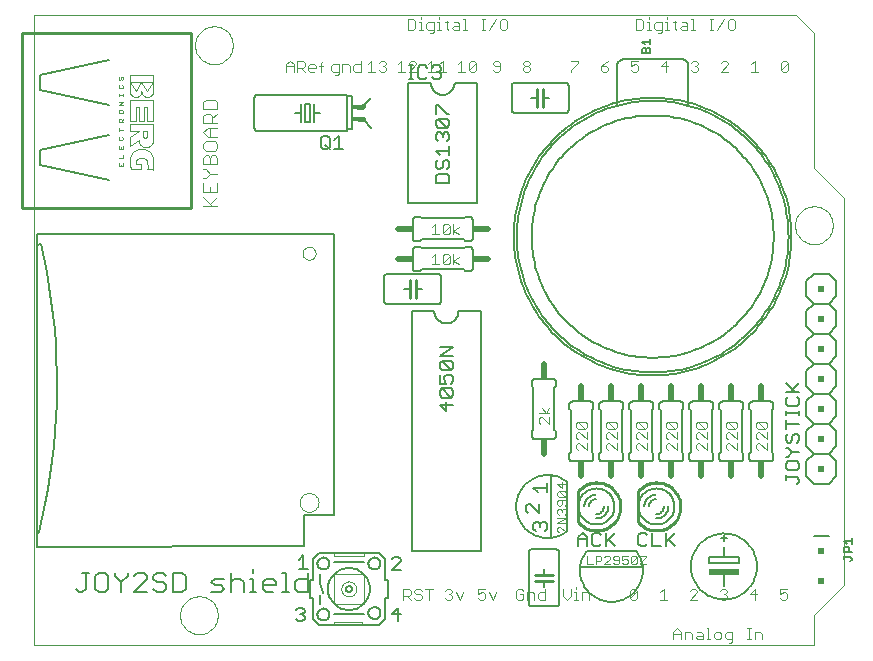
<source format=gto>
G75*
%MOIN*%
%OFA0B0*%
%FSLAX24Y24*%
%IPPOS*%
%LPD*%
%AMOC8*
5,1,8,0,0,1.08239X$1,22.5*
%
%ADD10C,0.0060*%
%ADD11C,0.0050*%
%ADD12R,0.0200X0.0200*%
%ADD13C,0.0100*%
%ADD14C,0.0200*%
%ADD15R,0.0200X0.0150*%
%ADD16C,0.0040*%
%ADD17C,0.0020*%
%ADD18C,0.0000*%
%ADD19C,0.0030*%
%ADD20R,0.1000X0.0200*%
%ADD21C,0.0010*%
%ADD22R,0.0150X0.0200*%
%ADD23C,0.0160*%
%ADD24R,0.0230X0.0160*%
%ADD25C,0.0080*%
D10*
X004105Y002387D02*
X004212Y002280D01*
X004319Y002280D01*
X004425Y002387D01*
X004425Y002921D01*
X004319Y002921D02*
X004532Y002921D01*
X004750Y002814D02*
X004750Y002387D01*
X004856Y002280D01*
X005070Y002280D01*
X005177Y002387D01*
X005177Y002814D01*
X005070Y002921D01*
X004856Y002921D01*
X004750Y002814D01*
X005394Y002814D02*
X005608Y002600D01*
X005608Y002280D01*
X006039Y002280D02*
X006466Y002707D01*
X006466Y002814D01*
X006359Y002921D01*
X006145Y002921D01*
X006039Y002814D01*
X005821Y002814D02*
X005821Y002921D01*
X005821Y002814D02*
X005608Y002600D01*
X005394Y002814D02*
X005394Y002921D01*
X006039Y002280D02*
X006466Y002280D01*
X006683Y002387D02*
X006790Y002280D01*
X007003Y002280D01*
X007110Y002387D01*
X007110Y002494D01*
X007003Y002600D01*
X006790Y002600D01*
X006683Y002707D01*
X006683Y002814D01*
X006790Y002921D01*
X007003Y002921D01*
X007110Y002814D01*
X007328Y002921D02*
X007648Y002921D01*
X007755Y002814D01*
X007755Y002387D01*
X007648Y002280D01*
X007328Y002280D01*
X007328Y002921D01*
X008617Y002600D02*
X008724Y002494D01*
X008937Y002494D01*
X009044Y002387D01*
X008937Y002280D01*
X008617Y002280D01*
X008617Y002600D02*
X008724Y002707D01*
X009044Y002707D01*
X009261Y002600D02*
X009368Y002707D01*
X009582Y002707D01*
X009688Y002600D01*
X009688Y002280D01*
X009906Y002280D02*
X010119Y002280D01*
X010013Y002280D02*
X010013Y002707D01*
X009906Y002707D01*
X010013Y002921D02*
X010013Y003027D01*
X010336Y002600D02*
X010442Y002707D01*
X010656Y002707D01*
X010763Y002600D01*
X010763Y002494D01*
X010336Y002494D01*
X010336Y002600D02*
X010336Y002387D01*
X010442Y002280D01*
X010656Y002280D01*
X010980Y002280D02*
X011194Y002280D01*
X011087Y002280D02*
X011087Y002921D01*
X010980Y002921D01*
X011410Y002600D02*
X011517Y002707D01*
X011837Y002707D01*
X011900Y002675D02*
X011900Y002075D01*
X012000Y002075D01*
X012000Y001975D01*
X012000Y001375D01*
X012200Y001175D01*
X012350Y001175D01*
X012700Y001175D01*
X013650Y001175D01*
X014050Y001175D01*
X014200Y001175D01*
X014400Y001375D01*
X014400Y001975D01*
X014400Y002075D01*
X014500Y002075D01*
X014500Y002675D01*
X014400Y002675D01*
X014400Y002775D01*
X014400Y003375D01*
X014200Y003575D01*
X014050Y003575D01*
X013700Y003575D01*
X012700Y003575D01*
X012350Y003575D01*
X012200Y003575D01*
X012000Y003375D01*
X012000Y002775D01*
X012000Y002675D01*
X011900Y002675D01*
X011837Y002921D02*
X011837Y002280D01*
X011517Y002280D01*
X011410Y002387D01*
X011410Y002600D01*
X012250Y002575D02*
X012350Y002225D01*
X012250Y002175D02*
X012250Y001875D01*
X012150Y001525D02*
X012152Y001553D01*
X012158Y001580D01*
X012167Y001606D01*
X012180Y001631D01*
X012197Y001654D01*
X012216Y001674D01*
X012238Y001691D01*
X012262Y001705D01*
X012288Y001715D01*
X012315Y001722D01*
X012343Y001725D01*
X012371Y001724D01*
X012398Y001719D01*
X012425Y001710D01*
X012450Y001698D01*
X012473Y001683D01*
X012494Y001664D01*
X012512Y001643D01*
X012527Y001619D01*
X012538Y001593D01*
X012546Y001567D01*
X012550Y001539D01*
X012550Y001511D01*
X012546Y001483D01*
X012538Y001457D01*
X012527Y001431D01*
X012512Y001407D01*
X012494Y001386D01*
X012473Y001367D01*
X012450Y001352D01*
X012425Y001340D01*
X012398Y001331D01*
X012371Y001326D01*
X012343Y001325D01*
X012315Y001328D01*
X012288Y001335D01*
X012262Y001345D01*
X012238Y001359D01*
X012216Y001376D01*
X012197Y001396D01*
X012180Y001419D01*
X012167Y001444D01*
X012158Y001470D01*
X012152Y001497D01*
X012150Y001525D01*
X012700Y001525D02*
X013700Y001525D01*
X013850Y001575D02*
X013852Y001603D01*
X013858Y001630D01*
X013867Y001656D01*
X013880Y001681D01*
X013897Y001704D01*
X013916Y001724D01*
X013938Y001741D01*
X013962Y001755D01*
X013988Y001765D01*
X014015Y001772D01*
X014043Y001775D01*
X014071Y001774D01*
X014098Y001769D01*
X014125Y001760D01*
X014150Y001748D01*
X014173Y001733D01*
X014194Y001714D01*
X014212Y001693D01*
X014227Y001669D01*
X014238Y001643D01*
X014246Y001617D01*
X014250Y001589D01*
X014250Y001561D01*
X014246Y001533D01*
X014238Y001507D01*
X014227Y001481D01*
X014212Y001457D01*
X014194Y001436D01*
X014173Y001417D01*
X014150Y001402D01*
X014125Y001390D01*
X014098Y001381D01*
X014071Y001376D01*
X014043Y001375D01*
X014015Y001378D01*
X013988Y001385D01*
X013962Y001395D01*
X013938Y001409D01*
X013916Y001426D01*
X013897Y001446D01*
X013880Y001469D01*
X013867Y001494D01*
X013858Y001520D01*
X013852Y001547D01*
X013850Y001575D01*
X013100Y002375D02*
X013102Y002395D01*
X013108Y002413D01*
X013117Y002431D01*
X013129Y002446D01*
X013144Y002458D01*
X013162Y002467D01*
X013180Y002473D01*
X013200Y002475D01*
X013220Y002473D01*
X013238Y002467D01*
X013256Y002458D01*
X013271Y002446D01*
X013283Y002431D01*
X013292Y002413D01*
X013298Y002395D01*
X013300Y002375D01*
X013298Y002355D01*
X013292Y002337D01*
X013283Y002319D01*
X013271Y002304D01*
X013256Y002292D01*
X013238Y002283D01*
X013220Y002277D01*
X013200Y002275D01*
X013180Y002277D01*
X013162Y002283D01*
X013144Y002292D01*
X013129Y002304D01*
X013117Y002319D01*
X013108Y002337D01*
X013102Y002355D01*
X013100Y002375D01*
X012500Y002375D02*
X012502Y002427D01*
X012508Y002479D01*
X012518Y002531D01*
X012531Y002581D01*
X012548Y002631D01*
X012569Y002679D01*
X012594Y002725D01*
X012622Y002769D01*
X012653Y002811D01*
X012687Y002851D01*
X012724Y002888D01*
X012764Y002922D01*
X012806Y002953D01*
X012850Y002981D01*
X012896Y003006D01*
X012944Y003027D01*
X012994Y003044D01*
X013044Y003057D01*
X013096Y003067D01*
X013148Y003073D01*
X013200Y003075D01*
X013252Y003073D01*
X013304Y003067D01*
X013356Y003057D01*
X013406Y003044D01*
X013456Y003027D01*
X013504Y003006D01*
X013550Y002981D01*
X013594Y002953D01*
X013636Y002922D01*
X013676Y002888D01*
X013713Y002851D01*
X013747Y002811D01*
X013778Y002769D01*
X013806Y002725D01*
X013831Y002679D01*
X013852Y002631D01*
X013869Y002581D01*
X013882Y002531D01*
X013892Y002479D01*
X013898Y002427D01*
X013900Y002375D01*
X013898Y002323D01*
X013892Y002271D01*
X013882Y002219D01*
X013869Y002169D01*
X013852Y002119D01*
X013831Y002071D01*
X013806Y002025D01*
X013778Y001981D01*
X013747Y001939D01*
X013713Y001899D01*
X013676Y001862D01*
X013636Y001828D01*
X013594Y001797D01*
X013550Y001769D01*
X013504Y001744D01*
X013456Y001723D01*
X013406Y001706D01*
X013356Y001693D01*
X013304Y001683D01*
X013252Y001677D01*
X013200Y001675D01*
X013148Y001677D01*
X013096Y001683D01*
X013044Y001693D01*
X012994Y001706D01*
X012944Y001723D01*
X012896Y001744D01*
X012850Y001769D01*
X012806Y001797D01*
X012764Y001828D01*
X012724Y001862D01*
X012687Y001899D01*
X012653Y001939D01*
X012622Y001981D01*
X012594Y002025D01*
X012569Y002071D01*
X012548Y002119D01*
X012531Y002169D01*
X012518Y002219D01*
X012508Y002271D01*
X012502Y002323D01*
X012500Y002375D01*
X012250Y002575D02*
X012250Y002875D01*
X012150Y003225D02*
X012152Y003253D01*
X012158Y003280D01*
X012167Y003306D01*
X012180Y003331D01*
X012197Y003354D01*
X012216Y003374D01*
X012238Y003391D01*
X012262Y003405D01*
X012288Y003415D01*
X012315Y003422D01*
X012343Y003425D01*
X012371Y003424D01*
X012398Y003419D01*
X012425Y003410D01*
X012450Y003398D01*
X012473Y003383D01*
X012494Y003364D01*
X012512Y003343D01*
X012527Y003319D01*
X012538Y003293D01*
X012546Y003267D01*
X012550Y003239D01*
X012550Y003211D01*
X012546Y003183D01*
X012538Y003157D01*
X012527Y003131D01*
X012512Y003107D01*
X012494Y003086D01*
X012473Y003067D01*
X012450Y003052D01*
X012425Y003040D01*
X012398Y003031D01*
X012371Y003026D01*
X012343Y003025D01*
X012315Y003028D01*
X012288Y003035D01*
X012262Y003045D01*
X012238Y003059D01*
X012216Y003076D01*
X012197Y003096D01*
X012180Y003119D01*
X012167Y003144D01*
X012158Y003170D01*
X012152Y003197D01*
X012150Y003225D01*
X012700Y003275D02*
X013700Y003275D01*
X013850Y003225D02*
X013852Y003253D01*
X013858Y003280D01*
X013867Y003306D01*
X013880Y003331D01*
X013897Y003354D01*
X013916Y003374D01*
X013938Y003391D01*
X013962Y003405D01*
X013988Y003415D01*
X014015Y003422D01*
X014043Y003425D01*
X014071Y003424D01*
X014098Y003419D01*
X014125Y003410D01*
X014150Y003398D01*
X014173Y003383D01*
X014194Y003364D01*
X014212Y003343D01*
X014227Y003319D01*
X014238Y003293D01*
X014246Y003267D01*
X014250Y003239D01*
X014250Y003211D01*
X014246Y003183D01*
X014238Y003157D01*
X014227Y003131D01*
X014212Y003107D01*
X014194Y003086D01*
X014173Y003067D01*
X014150Y003052D01*
X014125Y003040D01*
X014098Y003031D01*
X014071Y003026D01*
X014043Y003025D01*
X014015Y003028D01*
X013988Y003035D01*
X013962Y003045D01*
X013938Y003059D01*
X013916Y003076D01*
X013897Y003096D01*
X013880Y003119D01*
X013867Y003144D01*
X013858Y003170D01*
X013852Y003197D01*
X013850Y003225D01*
X015300Y003625D02*
X017600Y003625D01*
X017600Y011625D01*
X016850Y011625D01*
X016848Y011586D01*
X016842Y011547D01*
X016833Y011509D01*
X016820Y011472D01*
X016803Y011436D01*
X016783Y011403D01*
X016759Y011371D01*
X016733Y011342D01*
X016704Y011316D01*
X016672Y011292D01*
X016639Y011272D01*
X016603Y011255D01*
X016566Y011242D01*
X016528Y011233D01*
X016489Y011227D01*
X016450Y011225D01*
X016411Y011227D01*
X016372Y011233D01*
X016334Y011242D01*
X016297Y011255D01*
X016261Y011272D01*
X016228Y011292D01*
X016196Y011316D01*
X016167Y011342D01*
X016141Y011371D01*
X016117Y011403D01*
X016097Y011436D01*
X016080Y011472D01*
X016067Y011509D01*
X016058Y011547D01*
X016052Y011586D01*
X016050Y011625D01*
X015300Y011625D01*
X015300Y003625D01*
X019200Y003600D02*
X019200Y001900D01*
X019202Y001883D01*
X019206Y001866D01*
X019213Y001850D01*
X019223Y001836D01*
X019236Y001823D01*
X019250Y001813D01*
X019266Y001806D01*
X019283Y001802D01*
X019300Y001800D01*
X020100Y001800D01*
X020117Y001802D01*
X020134Y001806D01*
X020150Y001813D01*
X020164Y001823D01*
X020177Y001836D01*
X020187Y001850D01*
X020194Y001866D01*
X020198Y001883D01*
X020200Y001900D01*
X020200Y003600D01*
X020198Y003617D01*
X020194Y003634D01*
X020187Y003650D01*
X020177Y003664D01*
X020164Y003677D01*
X020150Y003687D01*
X020134Y003694D01*
X020117Y003698D01*
X020100Y003700D01*
X019300Y003700D01*
X019283Y003698D01*
X019266Y003694D01*
X019250Y003687D01*
X019236Y003677D01*
X019223Y003664D01*
X019213Y003650D01*
X019206Y003634D01*
X019202Y003617D01*
X019200Y003600D01*
X019700Y003050D02*
X019700Y002900D01*
X019700Y002850D01*
X019700Y002650D02*
X019700Y002600D01*
X019700Y002450D01*
X020905Y003100D02*
X021063Y003100D01*
X021837Y003100D01*
X022063Y003100D01*
X022837Y003100D01*
X022995Y003100D01*
X022775Y003650D02*
X021125Y003650D01*
X021088Y003599D01*
X021053Y003546D01*
X021021Y003490D01*
X020993Y003433D01*
X020969Y003374D01*
X020948Y003314D01*
X020931Y003253D01*
X020917Y003191D01*
X020908Y003128D01*
X020902Y003065D01*
X020900Y003001D01*
X020902Y002937D01*
X020908Y002874D01*
X020917Y002811D01*
X020930Y002749D01*
X020948Y002688D01*
X020968Y002628D01*
X020993Y002569D01*
X021020Y002512D01*
X021052Y002456D01*
X021086Y002403D01*
X021124Y002352D01*
X021165Y002303D01*
X021209Y002257D01*
X021255Y002213D01*
X021304Y002172D01*
X021355Y002135D01*
X021409Y002100D01*
X021464Y002069D01*
X021521Y002041D01*
X021580Y002017D01*
X021640Y001997D01*
X021701Y001980D01*
X021762Y001967D01*
X021825Y001958D01*
X021887Y001952D01*
X021950Y001950D01*
X022013Y001952D01*
X022075Y001958D01*
X022138Y001967D01*
X022199Y001980D01*
X022260Y001997D01*
X022320Y002017D01*
X022379Y002041D01*
X022436Y002069D01*
X022491Y002100D01*
X022545Y002135D01*
X022596Y002172D01*
X022645Y002213D01*
X022691Y002257D01*
X022735Y002303D01*
X022776Y002352D01*
X022814Y002403D01*
X022848Y002456D01*
X022880Y002512D01*
X022907Y002569D01*
X022932Y002628D01*
X022952Y002688D01*
X022970Y002749D01*
X022983Y002811D01*
X022992Y002874D01*
X022998Y002937D01*
X023000Y003001D01*
X022998Y003065D01*
X022992Y003128D01*
X022983Y003191D01*
X022969Y003253D01*
X022952Y003314D01*
X022931Y003374D01*
X022907Y003433D01*
X022879Y003490D01*
X022847Y003546D01*
X022812Y003599D01*
X022775Y003650D01*
X023924Y005493D02*
X023894Y005528D01*
X023863Y005561D01*
X023828Y005591D01*
X023792Y005618D01*
X023754Y005642D01*
X023714Y005664D01*
X023672Y005682D01*
X023629Y005698D01*
X023585Y005710D01*
X023541Y005718D01*
X023495Y005723D01*
X023450Y005725D01*
X023898Y005524D02*
X023929Y005486D01*
X023957Y005446D01*
X023981Y005404D01*
X024002Y005361D01*
X024019Y005315D01*
X024032Y005269D01*
X024042Y005221D01*
X024048Y005173D01*
X024050Y005125D01*
X023450Y004525D02*
X023403Y004527D01*
X023355Y004533D01*
X023309Y004542D01*
X023263Y004555D01*
X023219Y004571D01*
X023175Y004592D01*
X023134Y004615D01*
X023095Y004641D01*
X023058Y004671D01*
X023023Y004704D01*
X022991Y004739D01*
X022962Y004776D01*
X022850Y005125D02*
X022852Y005171D01*
X022857Y005217D01*
X022866Y005263D01*
X022878Y005307D01*
X022894Y005351D01*
X022913Y005393D01*
X022935Y005434D01*
X022961Y005472D01*
X022989Y005509D01*
X022850Y005125D02*
X022852Y005078D01*
X022857Y005031D01*
X022867Y004985D01*
X022880Y004939D01*
X022896Y004895D01*
X022916Y004852D01*
X022939Y004811D01*
X022965Y004772D01*
X022994Y004735D01*
X023450Y004525D02*
X023496Y004527D01*
X023542Y004532D01*
X023588Y004541D01*
X023633Y004553D01*
X023676Y004569D01*
X023718Y004588D01*
X023759Y004611D01*
X023798Y004636D01*
X023834Y004664D01*
X023869Y004695D01*
X023901Y004729D01*
X023930Y004765D01*
X023450Y005725D02*
X023405Y005723D01*
X023359Y005718D01*
X023315Y005710D01*
X023271Y005698D01*
X023228Y005682D01*
X023186Y005664D01*
X023146Y005642D01*
X023108Y005618D01*
X023072Y005591D01*
X023037Y005561D01*
X023006Y005528D01*
X022976Y005493D01*
X024050Y005125D02*
X024048Y005079D01*
X024043Y005033D01*
X024034Y004987D01*
X024022Y004943D01*
X024006Y004899D01*
X023987Y004857D01*
X023965Y004816D01*
X023939Y004778D01*
X023911Y004741D01*
X023450Y005525D02*
X023411Y005523D01*
X023372Y005517D01*
X023334Y005508D01*
X023297Y005495D01*
X023261Y005478D01*
X023228Y005458D01*
X023196Y005434D01*
X023167Y005408D01*
X023141Y005379D01*
X023117Y005347D01*
X023097Y005314D01*
X023080Y005278D01*
X023067Y005241D01*
X023058Y005203D01*
X023052Y005164D01*
X023050Y005125D01*
X023200Y005125D02*
X023202Y005155D01*
X023207Y005185D01*
X023216Y005214D01*
X023229Y005241D01*
X023244Y005267D01*
X023263Y005291D01*
X023284Y005312D01*
X023308Y005331D01*
X023334Y005346D01*
X023361Y005359D01*
X023390Y005368D01*
X023420Y005373D01*
X023450Y005375D01*
X023850Y005125D02*
X023848Y005086D01*
X023842Y005047D01*
X023833Y005009D01*
X023820Y004972D01*
X023803Y004936D01*
X023783Y004903D01*
X023759Y004871D01*
X023733Y004842D01*
X023704Y004816D01*
X023672Y004792D01*
X023639Y004772D01*
X023603Y004755D01*
X023566Y004742D01*
X023528Y004733D01*
X023489Y004727D01*
X023450Y004725D01*
X023450Y004875D02*
X023480Y004877D01*
X023510Y004882D01*
X023539Y004891D01*
X023566Y004904D01*
X023592Y004919D01*
X023616Y004938D01*
X023637Y004959D01*
X023656Y004983D01*
X023671Y005009D01*
X023684Y005036D01*
X023693Y005065D01*
X023698Y005095D01*
X023700Y005125D01*
X025600Y004075D02*
X025800Y004075D01*
X025700Y003975D02*
X025700Y004175D01*
X025700Y003775D02*
X025700Y003425D01*
X026200Y003425D01*
X026200Y003225D01*
X025200Y003225D01*
X025200Y003425D01*
X025700Y003425D01*
X024600Y003125D02*
X024602Y003191D01*
X024608Y003256D01*
X024618Y003321D01*
X024631Y003386D01*
X024649Y003449D01*
X024670Y003512D01*
X024695Y003572D01*
X024724Y003632D01*
X024756Y003689D01*
X024791Y003745D01*
X024830Y003798D01*
X024872Y003849D01*
X024916Y003897D01*
X024964Y003942D01*
X025014Y003985D01*
X025067Y004024D01*
X025122Y004061D01*
X025179Y004094D01*
X025238Y004123D01*
X025298Y004149D01*
X025360Y004171D01*
X025423Y004190D01*
X025487Y004204D01*
X025552Y004215D01*
X025618Y004222D01*
X025684Y004225D01*
X025749Y004224D01*
X025815Y004219D01*
X025880Y004210D01*
X025945Y004197D01*
X026008Y004181D01*
X026071Y004161D01*
X026132Y004136D01*
X026192Y004109D01*
X026250Y004078D01*
X026306Y004043D01*
X026360Y004005D01*
X026411Y003964D01*
X026460Y003920D01*
X026506Y003873D01*
X026550Y003824D01*
X026590Y003772D01*
X026627Y003717D01*
X026661Y003661D01*
X026691Y003602D01*
X026718Y003542D01*
X026741Y003481D01*
X026760Y003418D01*
X026776Y003354D01*
X026788Y003289D01*
X026796Y003224D01*
X026800Y003158D01*
X026800Y003092D01*
X026796Y003026D01*
X026788Y002961D01*
X026776Y002896D01*
X026760Y002832D01*
X026741Y002769D01*
X026718Y002708D01*
X026691Y002648D01*
X026661Y002589D01*
X026627Y002533D01*
X026590Y002478D01*
X026550Y002426D01*
X026506Y002377D01*
X026460Y002330D01*
X026411Y002286D01*
X026360Y002245D01*
X026306Y002207D01*
X026250Y002172D01*
X026192Y002141D01*
X026132Y002114D01*
X026071Y002089D01*
X026008Y002069D01*
X025945Y002053D01*
X025880Y002040D01*
X025815Y002031D01*
X025749Y002026D01*
X025684Y002025D01*
X025618Y002028D01*
X025552Y002035D01*
X025487Y002046D01*
X025423Y002060D01*
X025360Y002079D01*
X025298Y002101D01*
X025238Y002127D01*
X025179Y002156D01*
X025122Y002189D01*
X025067Y002226D01*
X025014Y002265D01*
X024964Y002308D01*
X024916Y002353D01*
X024872Y002401D01*
X024830Y002452D01*
X024791Y002505D01*
X024756Y002561D01*
X024724Y002618D01*
X024695Y002678D01*
X024670Y002738D01*
X024649Y002801D01*
X024631Y002864D01*
X024618Y002929D01*
X024608Y002994D01*
X024602Y003059D01*
X024600Y003125D01*
X025700Y002875D02*
X025700Y002475D01*
X029700Y003388D02*
X029700Y003475D01*
X029700Y003431D02*
X029917Y003431D01*
X029960Y003388D01*
X029960Y003344D01*
X029917Y003301D01*
X029960Y003596D02*
X029700Y003596D01*
X029700Y003726D01*
X029743Y003769D01*
X029830Y003769D01*
X029873Y003726D01*
X029873Y003596D01*
X029787Y003890D02*
X029700Y003977D01*
X029960Y003977D01*
X029960Y003890D02*
X029960Y004064D01*
X029200Y005875D02*
X028700Y005875D01*
X028450Y006125D01*
X028450Y006625D01*
X028700Y006875D01*
X028450Y007125D01*
X028450Y007625D01*
X028700Y007875D01*
X029200Y007875D01*
X029450Y007625D01*
X029450Y007125D01*
X029200Y006875D01*
X029450Y006625D01*
X029450Y006125D01*
X029200Y005875D01*
X029200Y006875D02*
X028700Y006875D01*
X027350Y006875D02*
X027300Y006925D01*
X027300Y008325D01*
X027350Y008375D01*
X027350Y008525D01*
X027348Y008542D01*
X027344Y008559D01*
X027337Y008575D01*
X027327Y008589D01*
X027314Y008602D01*
X027300Y008612D01*
X027284Y008619D01*
X027267Y008623D01*
X027250Y008625D01*
X026650Y008625D01*
X026633Y008623D01*
X026616Y008619D01*
X026600Y008612D01*
X026586Y008602D01*
X026573Y008589D01*
X026563Y008575D01*
X026556Y008559D01*
X026552Y008542D01*
X026550Y008525D01*
X026550Y008375D01*
X026600Y008325D01*
X026600Y006925D01*
X026550Y006875D01*
X026550Y006725D01*
X026552Y006708D01*
X026556Y006691D01*
X026563Y006675D01*
X026573Y006661D01*
X026586Y006648D01*
X026600Y006638D01*
X026616Y006631D01*
X026633Y006627D01*
X026650Y006625D01*
X027250Y006625D01*
X027267Y006627D01*
X027284Y006631D01*
X027300Y006638D01*
X027314Y006648D01*
X027327Y006661D01*
X027337Y006675D01*
X027344Y006691D01*
X027348Y006708D01*
X027350Y006725D01*
X027350Y006875D01*
X026350Y006875D02*
X026300Y006925D01*
X026300Y008325D01*
X026350Y008375D01*
X026350Y008525D01*
X026348Y008542D01*
X026344Y008559D01*
X026337Y008575D01*
X026327Y008589D01*
X026314Y008602D01*
X026300Y008612D01*
X026284Y008619D01*
X026267Y008623D01*
X026250Y008625D01*
X025650Y008625D01*
X025633Y008623D01*
X025616Y008619D01*
X025600Y008612D01*
X025586Y008602D01*
X025573Y008589D01*
X025563Y008575D01*
X025556Y008559D01*
X025552Y008542D01*
X025550Y008525D01*
X025550Y008375D01*
X025600Y008325D01*
X025600Y006925D01*
X025550Y006875D01*
X025550Y006725D01*
X025552Y006708D01*
X025556Y006691D01*
X025563Y006675D01*
X025573Y006661D01*
X025586Y006648D01*
X025600Y006638D01*
X025616Y006631D01*
X025633Y006627D01*
X025650Y006625D01*
X026250Y006625D01*
X026267Y006627D01*
X026284Y006631D01*
X026300Y006638D01*
X026314Y006648D01*
X026327Y006661D01*
X026337Y006675D01*
X026344Y006691D01*
X026348Y006708D01*
X026350Y006725D01*
X026350Y006875D01*
X025350Y006875D02*
X025300Y006925D01*
X025300Y008325D01*
X025350Y008375D01*
X025350Y008525D01*
X025348Y008542D01*
X025344Y008559D01*
X025337Y008575D01*
X025327Y008589D01*
X025314Y008602D01*
X025300Y008612D01*
X025284Y008619D01*
X025267Y008623D01*
X025250Y008625D01*
X024650Y008625D01*
X024633Y008623D01*
X024616Y008619D01*
X024600Y008612D01*
X024586Y008602D01*
X024573Y008589D01*
X024563Y008575D01*
X024556Y008559D01*
X024552Y008542D01*
X024550Y008525D01*
X024550Y008375D01*
X024600Y008325D01*
X024600Y006925D01*
X024550Y006875D01*
X024550Y006725D01*
X024552Y006708D01*
X024556Y006691D01*
X024563Y006675D01*
X024573Y006661D01*
X024586Y006648D01*
X024600Y006638D01*
X024616Y006631D01*
X024633Y006627D01*
X024650Y006625D01*
X025250Y006625D01*
X025267Y006627D01*
X025284Y006631D01*
X025300Y006638D01*
X025314Y006648D01*
X025327Y006661D01*
X025337Y006675D01*
X025344Y006691D01*
X025348Y006708D01*
X025350Y006725D01*
X025350Y006875D01*
X024350Y006875D02*
X024300Y006925D01*
X024300Y008325D01*
X024350Y008375D01*
X024350Y008525D01*
X024348Y008542D01*
X024344Y008559D01*
X024337Y008575D01*
X024327Y008589D01*
X024314Y008602D01*
X024300Y008612D01*
X024284Y008619D01*
X024267Y008623D01*
X024250Y008625D01*
X023650Y008625D01*
X023633Y008623D01*
X023616Y008619D01*
X023600Y008612D01*
X023586Y008602D01*
X023573Y008589D01*
X023563Y008575D01*
X023556Y008559D01*
X023552Y008542D01*
X023550Y008525D01*
X023550Y008375D01*
X023600Y008325D01*
X023600Y006925D01*
X023550Y006875D01*
X023550Y006725D01*
X023552Y006708D01*
X023556Y006691D01*
X023563Y006675D01*
X023573Y006661D01*
X023586Y006648D01*
X023600Y006638D01*
X023616Y006631D01*
X023633Y006627D01*
X023650Y006625D01*
X024250Y006625D01*
X024267Y006627D01*
X024284Y006631D01*
X024300Y006638D01*
X024314Y006648D01*
X024327Y006661D01*
X024337Y006675D01*
X024344Y006691D01*
X024348Y006708D01*
X024350Y006725D01*
X024350Y006875D01*
X023350Y006875D02*
X023300Y006925D01*
X023300Y008325D01*
X023350Y008375D01*
X023350Y008525D01*
X023348Y008542D01*
X023344Y008559D01*
X023337Y008575D01*
X023327Y008589D01*
X023314Y008602D01*
X023300Y008612D01*
X023284Y008619D01*
X023267Y008623D01*
X023250Y008625D01*
X022650Y008625D01*
X022633Y008623D01*
X022616Y008619D01*
X022600Y008612D01*
X022586Y008602D01*
X022573Y008589D01*
X022563Y008575D01*
X022556Y008559D01*
X022552Y008542D01*
X022550Y008525D01*
X022550Y008375D01*
X022600Y008325D01*
X022600Y006925D01*
X022550Y006875D01*
X022550Y006725D01*
X022552Y006708D01*
X022556Y006691D01*
X022563Y006675D01*
X022573Y006661D01*
X022586Y006648D01*
X022600Y006638D01*
X022616Y006631D01*
X022633Y006627D01*
X022650Y006625D01*
X023250Y006625D01*
X023267Y006627D01*
X023284Y006631D01*
X023300Y006638D01*
X023314Y006648D01*
X023327Y006661D01*
X023337Y006675D01*
X023344Y006691D01*
X023348Y006708D01*
X023350Y006725D01*
X023350Y006875D01*
X022350Y006875D02*
X022300Y006925D01*
X022300Y008325D01*
X022350Y008375D01*
X022350Y008525D01*
X022348Y008542D01*
X022344Y008559D01*
X022337Y008575D01*
X022327Y008589D01*
X022314Y008602D01*
X022300Y008612D01*
X022284Y008619D01*
X022267Y008623D01*
X022250Y008625D01*
X021650Y008625D01*
X021633Y008623D01*
X021616Y008619D01*
X021600Y008612D01*
X021586Y008602D01*
X021573Y008589D01*
X021563Y008575D01*
X021556Y008559D01*
X021552Y008542D01*
X021550Y008525D01*
X021550Y008375D01*
X021600Y008325D01*
X021600Y006925D01*
X021550Y006875D01*
X021550Y006725D01*
X021552Y006708D01*
X021556Y006691D01*
X021563Y006675D01*
X021573Y006661D01*
X021586Y006648D01*
X021600Y006638D01*
X021616Y006631D01*
X021633Y006627D01*
X021650Y006625D01*
X022250Y006625D01*
X022267Y006627D01*
X022284Y006631D01*
X022300Y006638D01*
X022314Y006648D01*
X022327Y006661D01*
X022337Y006675D01*
X022344Y006691D01*
X022348Y006708D01*
X022350Y006725D01*
X022350Y006875D01*
X021350Y006875D02*
X021300Y006925D01*
X021300Y008325D01*
X021350Y008375D01*
X021350Y008525D01*
X021348Y008542D01*
X021344Y008559D01*
X021337Y008575D01*
X021327Y008589D01*
X021314Y008602D01*
X021300Y008612D01*
X021284Y008619D01*
X021267Y008623D01*
X021250Y008625D01*
X020650Y008625D01*
X020633Y008623D01*
X020616Y008619D01*
X020600Y008612D01*
X020586Y008602D01*
X020573Y008589D01*
X020563Y008575D01*
X020556Y008559D01*
X020552Y008542D01*
X020550Y008525D01*
X020550Y008375D01*
X020600Y008325D01*
X020600Y006925D01*
X020550Y006875D01*
X020550Y006725D01*
X020552Y006708D01*
X020556Y006691D01*
X020563Y006675D01*
X020573Y006661D01*
X020586Y006648D01*
X020600Y006638D01*
X020616Y006631D01*
X020633Y006627D01*
X020650Y006625D01*
X021250Y006625D01*
X021267Y006627D01*
X021284Y006631D01*
X021300Y006638D01*
X021314Y006648D01*
X021327Y006661D01*
X021337Y006675D01*
X021344Y006691D01*
X021348Y006708D01*
X021350Y006725D01*
X021350Y006875D01*
X020100Y007475D02*
X020100Y007625D01*
X020050Y007675D01*
X020050Y009075D01*
X020100Y009125D01*
X020100Y009275D01*
X020098Y009292D01*
X020094Y009309D01*
X020087Y009325D01*
X020077Y009339D01*
X020064Y009352D01*
X020050Y009362D01*
X020034Y009369D01*
X020017Y009373D01*
X020000Y009375D01*
X019400Y009375D01*
X019383Y009373D01*
X019366Y009369D01*
X019350Y009362D01*
X019336Y009352D01*
X019323Y009339D01*
X019313Y009325D01*
X019306Y009309D01*
X019302Y009292D01*
X019300Y009275D01*
X019300Y009125D01*
X019350Y009075D01*
X019350Y007675D01*
X019300Y007625D01*
X019300Y007475D01*
X019302Y007458D01*
X019306Y007441D01*
X019313Y007425D01*
X019323Y007411D01*
X019336Y007398D01*
X019350Y007388D01*
X019366Y007381D01*
X019383Y007377D01*
X019400Y007375D01*
X020000Y007375D01*
X020017Y007377D01*
X020034Y007381D01*
X020050Y007388D01*
X020064Y007398D01*
X020077Y007411D01*
X020087Y007425D01*
X020094Y007441D01*
X020098Y007458D01*
X020100Y007475D01*
X021898Y005524D02*
X021929Y005486D01*
X021957Y005446D01*
X021981Y005404D01*
X022002Y005361D01*
X022019Y005315D01*
X022032Y005269D01*
X022042Y005221D01*
X022048Y005173D01*
X022050Y005125D01*
X021450Y004525D02*
X021403Y004527D01*
X021355Y004533D01*
X021309Y004542D01*
X021263Y004555D01*
X021219Y004571D01*
X021175Y004592D01*
X021134Y004615D01*
X021095Y004641D01*
X021058Y004671D01*
X021023Y004704D01*
X020991Y004739D01*
X020962Y004776D01*
X021450Y005725D02*
X021495Y005723D01*
X021541Y005718D01*
X021585Y005710D01*
X021629Y005698D01*
X021672Y005682D01*
X021714Y005664D01*
X021754Y005642D01*
X021792Y005618D01*
X021828Y005591D01*
X021863Y005561D01*
X021894Y005528D01*
X021924Y005493D01*
X020850Y005125D02*
X020852Y005078D01*
X020857Y005031D01*
X020867Y004985D01*
X020880Y004939D01*
X020896Y004895D01*
X020916Y004852D01*
X020939Y004811D01*
X020965Y004772D01*
X020994Y004735D01*
X020850Y005125D02*
X020852Y005171D01*
X020857Y005217D01*
X020866Y005263D01*
X020878Y005307D01*
X020894Y005351D01*
X020913Y005393D01*
X020935Y005434D01*
X020961Y005472D01*
X020989Y005509D01*
X021450Y004525D02*
X021496Y004527D01*
X021542Y004532D01*
X021588Y004541D01*
X021633Y004553D01*
X021676Y004569D01*
X021718Y004588D01*
X021759Y004611D01*
X021798Y004636D01*
X021834Y004664D01*
X021869Y004695D01*
X021901Y004729D01*
X021930Y004765D01*
X021450Y005725D02*
X021405Y005723D01*
X021359Y005718D01*
X021315Y005710D01*
X021271Y005698D01*
X021228Y005682D01*
X021186Y005664D01*
X021146Y005642D01*
X021108Y005618D01*
X021072Y005591D01*
X021037Y005561D01*
X021006Y005528D01*
X020976Y005493D01*
X022050Y005125D02*
X022048Y005079D01*
X022043Y005033D01*
X022034Y004987D01*
X022022Y004943D01*
X022006Y004899D01*
X021987Y004857D01*
X021965Y004816D01*
X021939Y004778D01*
X021911Y004741D01*
X021450Y005525D02*
X021411Y005523D01*
X021372Y005517D01*
X021334Y005508D01*
X021297Y005495D01*
X021261Y005478D01*
X021228Y005458D01*
X021196Y005434D01*
X021167Y005408D01*
X021141Y005379D01*
X021117Y005347D01*
X021097Y005314D01*
X021080Y005278D01*
X021067Y005241D01*
X021058Y005203D01*
X021052Y005164D01*
X021050Y005125D01*
X021200Y005125D02*
X021202Y005155D01*
X021207Y005185D01*
X021216Y005214D01*
X021229Y005241D01*
X021244Y005267D01*
X021263Y005291D01*
X021284Y005312D01*
X021308Y005331D01*
X021334Y005346D01*
X021361Y005359D01*
X021390Y005368D01*
X021420Y005373D01*
X021450Y005375D01*
X021850Y005125D02*
X021848Y005086D01*
X021842Y005047D01*
X021833Y005009D01*
X021820Y004972D01*
X021803Y004936D01*
X021783Y004903D01*
X021759Y004871D01*
X021733Y004842D01*
X021704Y004816D01*
X021672Y004792D01*
X021639Y004772D01*
X021603Y004755D01*
X021566Y004742D01*
X021528Y004733D01*
X021489Y004727D01*
X021450Y004725D01*
X021450Y004875D02*
X021480Y004877D01*
X021510Y004882D01*
X021539Y004891D01*
X021566Y004904D01*
X021592Y004919D01*
X021616Y004938D01*
X021637Y004959D01*
X021656Y004983D01*
X021671Y005009D01*
X021684Y005036D01*
X021693Y005065D01*
X021698Y005095D01*
X021700Y005125D01*
X028450Y008125D02*
X028700Y007875D01*
X028450Y008125D02*
X028450Y008625D01*
X028700Y008875D01*
X028450Y009125D01*
X028450Y009625D01*
X028700Y009875D01*
X028450Y010125D01*
X028450Y010625D01*
X028700Y010875D01*
X029200Y010875D01*
X029450Y010625D01*
X029450Y010125D01*
X029200Y009875D01*
X029450Y009625D01*
X029450Y009125D01*
X029200Y008875D01*
X029450Y008625D01*
X029450Y008125D01*
X029200Y007875D01*
X029200Y008875D02*
X028700Y008875D01*
X028700Y009875D02*
X029200Y009875D01*
X029200Y010875D02*
X029450Y011125D01*
X029450Y011625D01*
X029200Y011875D01*
X029450Y012125D01*
X029450Y012625D01*
X029200Y012875D01*
X028700Y012875D01*
X028450Y012625D01*
X028450Y012125D01*
X028700Y011875D01*
X029200Y011875D01*
X028700Y011875D02*
X028450Y011625D01*
X028450Y011125D01*
X028700Y010875D01*
X020525Y018350D02*
X020525Y019150D01*
X020523Y019167D01*
X020519Y019184D01*
X020512Y019200D01*
X020502Y019214D01*
X020489Y019227D01*
X020475Y019237D01*
X020459Y019244D01*
X020442Y019248D01*
X020425Y019250D01*
X018725Y019250D01*
X018708Y019248D01*
X018691Y019244D01*
X018675Y019237D01*
X018661Y019227D01*
X018648Y019214D01*
X018638Y019200D01*
X018631Y019184D01*
X018627Y019167D01*
X018625Y019150D01*
X018625Y018350D01*
X018627Y018333D01*
X018631Y018316D01*
X018638Y018300D01*
X018648Y018286D01*
X018661Y018273D01*
X018675Y018263D01*
X018691Y018256D01*
X018708Y018252D01*
X018725Y018250D01*
X020425Y018250D01*
X020442Y018252D01*
X020459Y018256D01*
X020475Y018263D01*
X020489Y018273D01*
X020502Y018286D01*
X020512Y018300D01*
X020519Y018316D01*
X020523Y018333D01*
X020525Y018350D01*
X019875Y018750D02*
X019725Y018750D01*
X019675Y018750D01*
X019475Y018750D02*
X019425Y018750D01*
X019275Y018750D01*
X017475Y019250D02*
X016725Y019250D01*
X016723Y019211D01*
X016717Y019172D01*
X016708Y019134D01*
X016695Y019097D01*
X016678Y019061D01*
X016658Y019028D01*
X016634Y018996D01*
X016608Y018967D01*
X016579Y018941D01*
X016547Y018917D01*
X016514Y018897D01*
X016478Y018880D01*
X016441Y018867D01*
X016403Y018858D01*
X016364Y018852D01*
X016325Y018850D01*
X016286Y018852D01*
X016247Y018858D01*
X016209Y018867D01*
X016172Y018880D01*
X016136Y018897D01*
X016103Y018917D01*
X016071Y018941D01*
X016042Y018967D01*
X016016Y018996D01*
X015992Y019028D01*
X015972Y019061D01*
X015955Y019097D01*
X015942Y019134D01*
X015933Y019172D01*
X015927Y019211D01*
X015925Y019250D01*
X015175Y019250D01*
X015175Y015250D01*
X017475Y015250D01*
X017475Y019250D01*
X013950Y018750D02*
X013700Y018500D01*
X013300Y018800D02*
X013150Y018800D01*
X013150Y017700D01*
X013150Y017650D01*
X010150Y017650D01*
X010133Y017652D01*
X010116Y017656D01*
X010100Y017663D01*
X010086Y017673D01*
X010073Y017686D01*
X010063Y017700D01*
X010056Y017716D01*
X010052Y017733D01*
X010050Y017750D01*
X010050Y018750D01*
X010052Y018767D01*
X010056Y018784D01*
X010063Y018800D01*
X010073Y018814D01*
X010086Y018827D01*
X010100Y018837D01*
X010116Y018844D01*
X010133Y018848D01*
X010150Y018850D01*
X013150Y018850D01*
X013150Y018800D01*
X013300Y018800D02*
X013300Y017700D01*
X013150Y017700D01*
X013700Y018000D02*
X013950Y017750D01*
X012250Y018250D02*
X012050Y018250D01*
X012050Y018550D01*
X011900Y018550D02*
X011750Y018550D01*
X011750Y017950D01*
X011900Y017950D01*
X011900Y018550D01*
X011600Y018550D02*
X011600Y018250D01*
X011400Y018250D01*
X011600Y018250D02*
X011600Y017950D01*
X012050Y017950D02*
X012050Y018250D01*
X015425Y014775D02*
X015575Y014775D01*
X015625Y014725D01*
X017025Y014725D01*
X017075Y014775D01*
X017225Y014775D01*
X017242Y014773D01*
X017259Y014769D01*
X017275Y014762D01*
X017289Y014752D01*
X017302Y014739D01*
X017312Y014725D01*
X017319Y014709D01*
X017323Y014692D01*
X017325Y014675D01*
X017325Y014075D01*
X017323Y014058D01*
X017319Y014041D01*
X017312Y014025D01*
X017302Y014011D01*
X017289Y013998D01*
X017275Y013988D01*
X017259Y013981D01*
X017242Y013977D01*
X017225Y013975D01*
X017075Y013975D01*
X017025Y014025D01*
X015625Y014025D01*
X015575Y013975D01*
X015425Y013975D01*
X015408Y013977D01*
X015391Y013981D01*
X015375Y013988D01*
X015361Y013998D01*
X015348Y014011D01*
X015338Y014025D01*
X015331Y014041D01*
X015327Y014058D01*
X015325Y014075D01*
X015325Y014675D01*
X015327Y014692D01*
X015331Y014709D01*
X015338Y014725D01*
X015348Y014739D01*
X015361Y014752D01*
X015375Y014762D01*
X015391Y014769D01*
X015408Y014773D01*
X015425Y014775D01*
X015425Y013775D02*
X015575Y013775D01*
X015625Y013725D01*
X017025Y013725D01*
X017075Y013775D01*
X017225Y013775D01*
X017242Y013773D01*
X017259Y013769D01*
X017275Y013762D01*
X017289Y013752D01*
X017302Y013739D01*
X017312Y013725D01*
X017319Y013709D01*
X017323Y013692D01*
X017325Y013675D01*
X017325Y013075D01*
X017323Y013058D01*
X017319Y013041D01*
X017312Y013025D01*
X017302Y013011D01*
X017289Y012998D01*
X017275Y012988D01*
X017259Y012981D01*
X017242Y012977D01*
X017225Y012975D01*
X017075Y012975D01*
X017025Y013025D01*
X015625Y013025D01*
X015575Y012975D01*
X015425Y012975D01*
X015408Y012977D01*
X015391Y012981D01*
X015375Y012988D01*
X015361Y012998D01*
X015348Y013011D01*
X015338Y013025D01*
X015331Y013041D01*
X015327Y013058D01*
X015325Y013075D01*
X015325Y013675D01*
X015327Y013692D01*
X015331Y013709D01*
X015338Y013725D01*
X015348Y013739D01*
X015361Y013752D01*
X015375Y013762D01*
X015391Y013769D01*
X015408Y013773D01*
X015425Y013775D01*
X016175Y012875D02*
X014475Y012875D01*
X014458Y012873D01*
X014441Y012869D01*
X014425Y012862D01*
X014411Y012852D01*
X014398Y012839D01*
X014388Y012825D01*
X014381Y012809D01*
X014377Y012792D01*
X014375Y012775D01*
X014375Y011975D01*
X014377Y011958D01*
X014381Y011941D01*
X014388Y011925D01*
X014398Y011911D01*
X014411Y011898D01*
X014425Y011888D01*
X014441Y011881D01*
X014458Y011877D01*
X014475Y011875D01*
X016175Y011875D01*
X016192Y011877D01*
X016209Y011881D01*
X016225Y011888D01*
X016239Y011898D01*
X016252Y011911D01*
X016262Y011925D01*
X016269Y011941D01*
X016273Y011958D01*
X016275Y011975D01*
X016275Y012775D01*
X016273Y012792D01*
X016269Y012809D01*
X016262Y012825D01*
X016252Y012839D01*
X016239Y012852D01*
X016225Y012862D01*
X016209Y012869D01*
X016192Y012873D01*
X016175Y012875D01*
X015625Y012375D02*
X015475Y012375D01*
X015425Y012375D01*
X015225Y012375D02*
X015175Y012375D01*
X015025Y012375D01*
X005195Y016000D02*
X002892Y016500D01*
X002892Y017000D01*
X005195Y017500D01*
X005195Y018500D02*
X002892Y019000D01*
X002892Y019500D01*
X005195Y020000D01*
X022985Y020230D02*
X022985Y020360D01*
X023028Y020403D01*
X023072Y020403D01*
X023115Y020360D01*
X023115Y020230D01*
X023245Y020230D02*
X023245Y020360D01*
X023202Y020403D01*
X023158Y020403D01*
X023115Y020360D01*
X023072Y020525D02*
X022985Y020611D01*
X023245Y020611D01*
X023245Y020525D02*
X023245Y020698D01*
X023245Y020230D02*
X022985Y020230D01*
X009261Y002921D02*
X009261Y002280D01*
D11*
X011425Y001675D02*
X011500Y001750D01*
X011650Y001750D01*
X011725Y001675D01*
X011725Y001600D01*
X011650Y001525D01*
X011725Y001450D01*
X011725Y001375D01*
X011650Y001300D01*
X011500Y001300D01*
X011425Y001375D01*
X011575Y001525D02*
X011650Y001525D01*
X011675Y003050D02*
X011675Y003500D01*
X011525Y003350D01*
X011525Y003050D02*
X011825Y003050D01*
X011716Y003803D02*
X002818Y003764D01*
X002818Y004197D01*
X002857Y004276D01*
X002818Y004197D02*
X002818Y013843D01*
X002936Y013882D01*
X002818Y013843D02*
X002818Y014197D01*
X012700Y014197D01*
X012700Y004827D01*
X011716Y004827D01*
X011716Y003803D01*
X014625Y003375D02*
X014700Y003450D01*
X014850Y003450D01*
X014925Y003375D01*
X014925Y003300D01*
X014625Y003000D01*
X014925Y003000D01*
X014850Y001750D02*
X014625Y001525D01*
X014925Y001525D01*
X014850Y001300D02*
X014850Y001750D01*
X019100Y004975D02*
X019175Y004900D01*
X019100Y004975D02*
X019100Y005125D01*
X019175Y005200D01*
X019250Y005200D01*
X019550Y004900D01*
X019550Y005200D01*
X018822Y004815D02*
X018842Y004756D01*
X018865Y004699D01*
X018892Y004642D01*
X018923Y004588D01*
X018956Y004535D01*
X018993Y004485D01*
X019032Y004436D01*
X019075Y004391D01*
X019120Y004347D01*
X019167Y004307D01*
X019217Y004269D01*
X019269Y004234D01*
X019323Y004203D01*
X019378Y004175D01*
X019435Y004150D01*
X019494Y004129D01*
X019554Y004111D01*
X019615Y004096D01*
X019676Y004086D01*
X019738Y004079D01*
X019800Y004075D01*
X019863Y004076D01*
X019925Y004080D01*
X019925Y004238D01*
X019925Y005012D01*
X019925Y005238D01*
X019925Y006012D01*
X019925Y006170D01*
X019800Y005900D02*
X019800Y005600D01*
X019800Y005750D02*
X019350Y005750D01*
X019500Y005600D01*
X018822Y005435D02*
X018805Y005374D01*
X018792Y005313D01*
X018783Y005250D01*
X018777Y005188D01*
X018775Y005125D01*
X018777Y005062D01*
X018783Y005000D01*
X018792Y004937D01*
X018805Y004876D01*
X018822Y004815D01*
X019350Y004525D02*
X019425Y004600D01*
X019500Y004600D01*
X019575Y004525D01*
X019650Y004600D01*
X019725Y004600D01*
X019800Y004525D01*
X019800Y004375D01*
X019725Y004300D01*
X019575Y004450D02*
X019575Y004525D01*
X019350Y004525D02*
X019350Y004375D01*
X019425Y004300D01*
X020475Y004300D02*
X020475Y005950D01*
X020475Y004300D02*
X020427Y004265D01*
X020377Y004232D01*
X020325Y004201D01*
X020271Y004174D01*
X020216Y004150D01*
X020159Y004130D01*
X020102Y004112D01*
X020044Y004098D01*
X019985Y004087D01*
X019925Y004080D01*
X020850Y004100D02*
X020850Y003800D01*
X020850Y004025D02*
X021150Y004025D01*
X021150Y004100D02*
X021150Y003800D01*
X021310Y003875D02*
X021385Y003800D01*
X021536Y003800D01*
X021611Y003875D01*
X021771Y003800D02*
X021771Y004250D01*
X021611Y004175D02*
X021536Y004250D01*
X021385Y004250D01*
X021310Y004175D01*
X021310Y003875D01*
X021150Y004100D02*
X021000Y004250D01*
X020850Y004100D01*
X021771Y003950D02*
X022071Y004250D01*
X021846Y004025D02*
X022071Y003800D01*
X022850Y003875D02*
X022850Y004175D01*
X022925Y004250D01*
X023075Y004250D01*
X023150Y004175D01*
X023310Y004250D02*
X023310Y003800D01*
X023611Y003800D01*
X023771Y003800D02*
X023771Y004250D01*
X023846Y004025D02*
X024071Y003800D01*
X023771Y003950D02*
X024071Y004250D01*
X023150Y003875D02*
X023075Y003800D01*
X022925Y003800D01*
X022850Y003875D01*
X020475Y005950D02*
X020424Y005987D01*
X020371Y006022D01*
X020315Y006054D01*
X020258Y006082D01*
X020199Y006106D01*
X020139Y006127D01*
X020078Y006144D01*
X020016Y006158D01*
X019953Y006167D01*
X019890Y006173D01*
X019826Y006175D01*
X019762Y006173D01*
X019699Y006167D01*
X019636Y006158D01*
X019574Y006145D01*
X019513Y006127D01*
X019453Y006107D01*
X019394Y006082D01*
X019337Y006055D01*
X019281Y006023D01*
X019228Y005989D01*
X019177Y005951D01*
X019128Y005910D01*
X019082Y005866D01*
X019038Y005820D01*
X018997Y005771D01*
X018960Y005720D01*
X018925Y005666D01*
X018894Y005611D01*
X018866Y005554D01*
X018842Y005495D01*
X018822Y005435D01*
X016450Y008298D02*
X016450Y008598D01*
X016600Y008758D02*
X016300Y008758D01*
X016225Y008833D01*
X016225Y008984D01*
X016300Y009059D01*
X016600Y008758D01*
X016675Y008833D01*
X016675Y008984D01*
X016600Y009059D01*
X016300Y009059D01*
X016225Y009219D02*
X016450Y009219D01*
X016375Y009369D01*
X016375Y009444D01*
X016450Y009519D01*
X016600Y009519D01*
X016675Y009444D01*
X016675Y009294D01*
X016600Y009219D01*
X016225Y009219D02*
X016225Y009519D01*
X016300Y009679D02*
X016225Y009754D01*
X016225Y009904D01*
X016300Y009979D01*
X016600Y009679D01*
X016675Y009754D01*
X016675Y009904D01*
X016600Y009979D01*
X016300Y009979D01*
X016225Y010140D02*
X016675Y010440D01*
X016225Y010440D01*
X016225Y010140D02*
X016675Y010140D01*
X016600Y009679D02*
X016300Y009679D01*
X016225Y008523D02*
X016450Y008298D01*
X016675Y008523D02*
X016225Y008523D01*
X016100Y015913D02*
X016100Y016138D01*
X016175Y016213D01*
X016475Y016213D01*
X016550Y016138D01*
X016550Y015913D01*
X016100Y015913D01*
X016175Y016373D02*
X016250Y016373D01*
X016325Y016448D01*
X016325Y016598D01*
X016400Y016673D01*
X016475Y016673D01*
X016550Y016598D01*
X016550Y016448D01*
X016475Y016373D01*
X016175Y016373D02*
X016100Y016448D01*
X016100Y016598D01*
X016175Y016673D01*
X016250Y016833D02*
X016100Y016984D01*
X016550Y016984D01*
X016550Y017134D02*
X016550Y016833D01*
X016475Y017294D02*
X016550Y017369D01*
X016550Y017519D01*
X016475Y017594D01*
X016400Y017594D01*
X016325Y017519D01*
X016325Y017444D01*
X016325Y017519D02*
X016250Y017594D01*
X016175Y017594D01*
X016100Y017519D01*
X016100Y017369D01*
X016175Y017294D01*
X016175Y017754D02*
X016100Y017829D01*
X016100Y017979D01*
X016175Y018054D01*
X016475Y017754D01*
X016550Y017829D01*
X016550Y017979D01*
X016475Y018054D01*
X016175Y018054D01*
X016100Y018215D02*
X016100Y018515D01*
X016175Y018515D01*
X016475Y018215D01*
X016550Y018215D01*
X016475Y017754D02*
X016175Y017754D01*
X016193Y019375D02*
X016042Y019375D01*
X015967Y019450D01*
X015807Y019450D02*
X015732Y019375D01*
X015582Y019375D01*
X015507Y019450D01*
X015507Y019750D01*
X015582Y019825D01*
X015732Y019825D01*
X015807Y019750D01*
X015967Y019750D02*
X016042Y019825D01*
X016193Y019825D01*
X016268Y019750D01*
X016268Y019675D01*
X016193Y019600D01*
X016268Y019525D01*
X016268Y019450D01*
X016193Y019375D01*
X016193Y019600D02*
X016117Y019600D01*
X015350Y019375D02*
X015200Y019375D01*
X015275Y019375D02*
X015275Y019825D01*
X015200Y019825D02*
X015350Y019825D01*
X012865Y017475D02*
X012865Y017025D01*
X012715Y017025D02*
X013015Y017025D01*
X012715Y017325D02*
X012865Y017475D01*
X012554Y017400D02*
X012554Y017100D01*
X012479Y017025D01*
X012329Y017025D01*
X012254Y017100D01*
X012254Y017400D01*
X012329Y017475D01*
X012479Y017475D01*
X012554Y017400D01*
X012404Y017175D02*
X012554Y017025D01*
X002936Y013882D02*
X003040Y013408D01*
X003133Y012932D01*
X003215Y012454D01*
X003285Y011975D01*
X003344Y011494D01*
X003392Y011011D01*
X003428Y010528D01*
X003452Y010043D01*
X003466Y009559D01*
X003467Y009074D01*
X003458Y008589D01*
X003436Y008105D01*
X003404Y007621D01*
X003360Y007138D01*
X003304Y006657D01*
X003238Y006176D01*
X003159Y005698D01*
X003070Y005222D01*
X002969Y004747D01*
X002857Y004276D01*
X027755Y006020D02*
X027755Y006170D01*
X027755Y006095D02*
X028130Y006095D01*
X028205Y006020D01*
X028205Y005945D01*
X028130Y005870D01*
X028130Y006330D02*
X027830Y006330D01*
X027755Y006405D01*
X027755Y006556D01*
X027830Y006631D01*
X028130Y006631D01*
X028205Y006556D01*
X028205Y006405D01*
X028130Y006330D01*
X027830Y006791D02*
X027755Y006791D01*
X027830Y006791D02*
X027980Y006941D01*
X028205Y006941D01*
X027980Y006941D02*
X027830Y007091D01*
X027755Y007091D01*
X027830Y007251D02*
X027755Y007326D01*
X027755Y007476D01*
X027830Y007551D01*
X027980Y007476D02*
X028055Y007551D01*
X028130Y007551D01*
X028205Y007476D01*
X028205Y007326D01*
X028130Y007251D01*
X027980Y007326D02*
X027980Y007476D01*
X027980Y007326D02*
X027905Y007251D01*
X027830Y007251D01*
X027755Y007712D02*
X027755Y008012D01*
X027755Y007862D02*
X028205Y007862D01*
X028205Y008172D02*
X028205Y008322D01*
X028205Y008247D02*
X027755Y008247D01*
X027755Y008172D02*
X027755Y008322D01*
X027830Y008479D02*
X027755Y008554D01*
X027755Y008704D01*
X027830Y008779D01*
X027755Y008939D02*
X028205Y008939D01*
X028055Y008939D02*
X027755Y009240D01*
X027980Y009014D02*
X028205Y009240D01*
X028130Y008779D02*
X028205Y008704D01*
X028205Y008554D01*
X028130Y008479D01*
X027830Y008479D01*
D12*
X028950Y008375D03*
X028950Y007375D03*
X028950Y006375D03*
X028950Y003625D03*
X028950Y002625D03*
X028950Y009375D03*
X028950Y010375D03*
X028950Y011375D03*
X028950Y012375D03*
D13*
X019675Y018450D02*
X019675Y018750D01*
X019675Y019050D01*
X019475Y019050D02*
X019475Y018750D01*
X019475Y018450D01*
X015425Y012675D02*
X015425Y012375D01*
X015425Y012075D01*
X015225Y012075D02*
X015225Y012375D01*
X015225Y012675D01*
X007943Y015087D02*
X007943Y020913D01*
X002313Y020913D01*
X002313Y015087D01*
X007943Y015087D01*
X020830Y005625D02*
X020830Y004625D01*
X021450Y004325D02*
X021504Y004327D01*
X021558Y004332D01*
X021611Y004341D01*
X021664Y004354D01*
X021715Y004370D01*
X021765Y004390D01*
X021814Y004413D01*
X021862Y004439D01*
X021907Y004468D01*
X021950Y004501D01*
X021991Y004536D01*
X022030Y004574D01*
X022066Y004614D01*
X022099Y004657D01*
X022129Y004702D01*
X022156Y004749D01*
X022830Y004625D02*
X022830Y005625D01*
X024131Y005544D02*
X024159Y005496D01*
X024183Y005447D01*
X024203Y005395D01*
X024220Y005343D01*
X024233Y005289D01*
X024242Y005235D01*
X024248Y005180D01*
X024250Y005125D01*
X024145Y005522D02*
X024115Y005570D01*
X024082Y005615D01*
X024046Y005658D01*
X024008Y005699D01*
X023966Y005736D01*
X023922Y005771D01*
X023876Y005802D01*
X023827Y005831D01*
X023777Y005855D01*
X023725Y005876D01*
X023671Y005894D01*
X023617Y005907D01*
X023562Y005917D01*
X023506Y005923D01*
X023450Y005925D01*
X024250Y005125D02*
X024248Y005069D01*
X024242Y005012D01*
X024232Y004957D01*
X024218Y004902D01*
X024201Y004849D01*
X024179Y004796D01*
X024154Y004746D01*
X023450Y004325D02*
X023396Y004327D01*
X023343Y004332D01*
X023289Y004341D01*
X023237Y004354D01*
X023186Y004370D01*
X023135Y004390D01*
X023086Y004412D01*
X023039Y004438D01*
X022994Y004468D01*
X022951Y004500D01*
X022910Y004535D01*
X022871Y004573D01*
X022835Y004613D01*
X023450Y004325D02*
X023504Y004327D01*
X023558Y004332D01*
X023611Y004341D01*
X023664Y004354D01*
X023715Y004370D01*
X023765Y004390D01*
X023814Y004413D01*
X023862Y004439D01*
X023907Y004468D01*
X023950Y004501D01*
X023991Y004536D01*
X024030Y004574D01*
X024066Y004614D01*
X024099Y004657D01*
X024129Y004702D01*
X024156Y004749D01*
X023450Y005925D02*
X023397Y005923D01*
X023343Y005918D01*
X023291Y005909D01*
X023239Y005897D01*
X023188Y005881D01*
X023138Y005862D01*
X023089Y005839D01*
X023042Y005813D01*
X022997Y005785D01*
X022954Y005753D01*
X022914Y005719D01*
X022875Y005681D01*
X022839Y005642D01*
X022145Y005522D02*
X022115Y005570D01*
X022082Y005615D01*
X022046Y005658D01*
X022008Y005699D01*
X021966Y005736D01*
X021922Y005771D01*
X021876Y005802D01*
X021827Y005831D01*
X021777Y005855D01*
X021725Y005876D01*
X021671Y005894D01*
X021617Y005907D01*
X021562Y005917D01*
X021506Y005923D01*
X021450Y005925D01*
X022131Y005544D02*
X022159Y005496D01*
X022183Y005447D01*
X022203Y005395D01*
X022220Y005343D01*
X022233Y005289D01*
X022242Y005235D01*
X022248Y005180D01*
X022250Y005125D01*
X022248Y005069D01*
X022242Y005012D01*
X022232Y004957D01*
X022218Y004902D01*
X022201Y004849D01*
X022179Y004796D01*
X022154Y004746D01*
X021450Y004325D02*
X021396Y004327D01*
X021343Y004332D01*
X021289Y004341D01*
X021237Y004354D01*
X021186Y004370D01*
X021135Y004390D01*
X021086Y004412D01*
X021039Y004438D01*
X020994Y004468D01*
X020951Y004500D01*
X020910Y004535D01*
X020871Y004573D01*
X020835Y004613D01*
X020839Y005642D02*
X020875Y005681D01*
X020914Y005719D01*
X020954Y005753D01*
X020997Y005785D01*
X021042Y005813D01*
X021089Y005839D01*
X021138Y005862D01*
X021188Y005881D01*
X021239Y005897D01*
X021291Y005909D01*
X021343Y005918D01*
X021397Y005923D01*
X021450Y005925D01*
X020000Y002850D02*
X019700Y002850D01*
X019400Y002850D01*
X019400Y002650D02*
X019700Y002650D01*
X020000Y002650D01*
D14*
X020950Y006125D02*
X020950Y006475D01*
X021950Y006475D02*
X021950Y006125D01*
X022950Y006125D02*
X022950Y006475D01*
X023950Y006475D02*
X023950Y006125D01*
X024950Y006125D02*
X024950Y006475D01*
X025950Y006475D02*
X025950Y006125D01*
X026950Y006125D02*
X026950Y006475D01*
X026950Y008775D02*
X026950Y009125D01*
X025950Y009125D02*
X025950Y008775D01*
X024950Y008775D02*
X024950Y009125D01*
X023950Y009125D02*
X023950Y008775D01*
X022950Y008775D02*
X022950Y009125D01*
X021950Y009125D02*
X021950Y008775D01*
X020950Y008775D02*
X020950Y009125D01*
X019700Y009525D02*
X019700Y009875D01*
X019700Y007225D02*
X019700Y006875D01*
X017825Y013375D02*
X017475Y013375D01*
X017475Y014375D02*
X017825Y014375D01*
X015175Y014375D02*
X014825Y014375D01*
X014825Y013375D02*
X015175Y013375D01*
D15*
X019700Y009450D03*
X020950Y008700D03*
X021950Y008700D03*
X022950Y008700D03*
X023950Y008700D03*
X024950Y008700D03*
X025950Y008700D03*
X026950Y008700D03*
X026950Y006550D03*
X025950Y006550D03*
X024950Y006550D03*
X023950Y006550D03*
X022950Y006550D03*
X021950Y006550D03*
X020950Y006550D03*
X019700Y007300D03*
D16*
X019578Y007880D02*
X019520Y007938D01*
X019520Y008055D01*
X019578Y008114D01*
X019636Y008114D01*
X019870Y007880D01*
X019870Y008114D01*
X019870Y008239D02*
X019520Y008239D01*
X019636Y008414D02*
X019753Y008239D01*
X019870Y008414D01*
X020770Y007898D02*
X020770Y007782D01*
X020828Y007723D01*
X021062Y007723D01*
X020828Y007957D01*
X021062Y007957D01*
X021120Y007898D01*
X021120Y007782D01*
X021062Y007723D01*
X021120Y007598D02*
X021120Y007364D01*
X020886Y007598D01*
X020828Y007598D01*
X020770Y007539D01*
X020770Y007422D01*
X020828Y007364D01*
X020828Y007239D02*
X020770Y007180D01*
X020770Y007063D01*
X020828Y007005D01*
X020828Y007239D02*
X020886Y007239D01*
X021120Y007005D01*
X021120Y007239D01*
X021770Y007180D02*
X021770Y007063D01*
X021828Y007005D01*
X021770Y007180D02*
X021828Y007239D01*
X021886Y007239D01*
X022120Y007005D01*
X022120Y007239D01*
X022120Y007364D02*
X021886Y007598D01*
X021828Y007598D01*
X021770Y007539D01*
X021770Y007422D01*
X021828Y007364D01*
X022120Y007364D02*
X022120Y007598D01*
X022062Y007723D02*
X022120Y007782D01*
X022120Y007898D01*
X022062Y007957D01*
X021828Y007957D01*
X022062Y007723D01*
X021828Y007723D01*
X021770Y007782D01*
X021770Y007898D01*
X021828Y007957D01*
X022770Y007898D02*
X022770Y007782D01*
X022828Y007723D01*
X023062Y007723D01*
X022828Y007957D01*
X023062Y007957D01*
X023120Y007898D01*
X023120Y007782D01*
X023062Y007723D01*
X023120Y007598D02*
X023120Y007364D01*
X022886Y007598D01*
X022828Y007598D01*
X022770Y007539D01*
X022770Y007422D01*
X022828Y007364D01*
X022828Y007239D02*
X022770Y007180D01*
X022770Y007063D01*
X022828Y007005D01*
X022828Y007239D02*
X022886Y007239D01*
X023120Y007005D01*
X023120Y007239D01*
X023770Y007180D02*
X023770Y007063D01*
X023828Y007005D01*
X023770Y007180D02*
X023828Y007239D01*
X023886Y007239D01*
X024120Y007005D01*
X024120Y007239D01*
X024120Y007364D02*
X023886Y007598D01*
X023828Y007598D01*
X023770Y007539D01*
X023770Y007422D01*
X023828Y007364D01*
X024120Y007364D02*
X024120Y007598D01*
X024062Y007723D02*
X023828Y007957D01*
X024062Y007957D01*
X024120Y007898D01*
X024120Y007782D01*
X024062Y007723D01*
X023828Y007723D01*
X023770Y007782D01*
X023770Y007898D01*
X023828Y007957D01*
X024770Y007898D02*
X024770Y007782D01*
X024828Y007723D01*
X025062Y007723D01*
X024828Y007957D01*
X025062Y007957D01*
X025120Y007898D01*
X025120Y007782D01*
X025062Y007723D01*
X025120Y007598D02*
X025120Y007364D01*
X024886Y007598D01*
X024828Y007598D01*
X024770Y007539D01*
X024770Y007422D01*
X024828Y007364D01*
X024828Y007239D02*
X024770Y007180D01*
X024770Y007063D01*
X024828Y007005D01*
X024828Y007239D02*
X024886Y007239D01*
X025120Y007005D01*
X025120Y007239D01*
X025770Y007180D02*
X025770Y007063D01*
X025828Y007005D01*
X025770Y007180D02*
X025828Y007239D01*
X025886Y007239D01*
X026120Y007005D01*
X026120Y007239D01*
X026120Y007364D02*
X025886Y007598D01*
X025828Y007598D01*
X025770Y007539D01*
X025770Y007422D01*
X025828Y007364D01*
X026120Y007364D02*
X026120Y007598D01*
X026062Y007723D02*
X025828Y007957D01*
X026062Y007957D01*
X026120Y007898D01*
X026120Y007782D01*
X026062Y007723D01*
X025828Y007723D01*
X025770Y007782D01*
X025770Y007898D01*
X025828Y007957D01*
X026770Y007898D02*
X026770Y007782D01*
X026828Y007723D01*
X027062Y007723D01*
X026828Y007957D01*
X027062Y007957D01*
X027120Y007898D01*
X027120Y007782D01*
X027062Y007723D01*
X027120Y007598D02*
X027120Y007364D01*
X026886Y007598D01*
X026828Y007598D01*
X026770Y007539D01*
X026770Y007422D01*
X026828Y007364D01*
X026828Y007239D02*
X026770Y007180D01*
X026770Y007063D01*
X026828Y007005D01*
X026828Y007239D02*
X026886Y007239D01*
X027120Y007005D01*
X027120Y007239D01*
X026770Y007898D02*
X026828Y007957D01*
X024828Y007957D02*
X024770Y007898D01*
X022828Y007957D02*
X022770Y007898D01*
X020828Y007957D02*
X020770Y007898D01*
X016861Y013195D02*
X016686Y013312D01*
X016861Y013429D01*
X016686Y013545D02*
X016686Y013195D01*
X016560Y013253D02*
X016502Y013195D01*
X016385Y013195D01*
X016327Y013253D01*
X016560Y013487D01*
X016560Y013253D01*
X016327Y013253D02*
X016327Y013487D01*
X016385Y013545D01*
X016502Y013545D01*
X016560Y013487D01*
X016084Y013545D02*
X016084Y013195D01*
X015968Y013195D02*
X016201Y013195D01*
X015968Y013429D02*
X016084Y013545D01*
X016084Y014195D02*
X016084Y014545D01*
X015968Y014429D01*
X015968Y014195D02*
X016201Y014195D01*
X016327Y014253D02*
X016560Y014487D01*
X016560Y014253D01*
X016502Y014195D01*
X016385Y014195D01*
X016327Y014253D01*
X016327Y014487D01*
X016385Y014545D01*
X016502Y014545D01*
X016560Y014487D01*
X016686Y014545D02*
X016686Y014195D01*
X016686Y014312D02*
X016861Y014195D01*
X016686Y014312D02*
X016861Y014429D01*
X008805Y015145D02*
X008345Y015145D01*
X008575Y015222D02*
X008805Y015452D01*
X008805Y015605D02*
X008805Y015912D01*
X008575Y015759D02*
X008575Y015605D01*
X008345Y015605D02*
X008805Y015605D01*
X008345Y015605D02*
X008345Y015912D01*
X008345Y016066D02*
X008421Y016066D01*
X008575Y016219D01*
X008805Y016219D01*
X008575Y016219D02*
X008421Y016373D01*
X008345Y016373D01*
X008345Y016526D02*
X008345Y016756D01*
X008421Y016833D01*
X008498Y016833D01*
X008575Y016756D01*
X008575Y016526D01*
X008805Y016526D02*
X008805Y016756D01*
X008728Y016833D01*
X008652Y016833D01*
X008575Y016756D01*
X008421Y016987D02*
X008728Y016987D01*
X008805Y017063D01*
X008805Y017217D01*
X008728Y017293D01*
X008421Y017293D01*
X008345Y017217D01*
X008345Y017063D01*
X008421Y016987D01*
X008498Y017447D02*
X008345Y017600D01*
X008498Y017754D01*
X008805Y017754D01*
X008805Y017907D02*
X008345Y017907D01*
X008345Y018138D01*
X008421Y018214D01*
X008575Y018214D01*
X008652Y018138D01*
X008652Y017907D01*
X008652Y018061D02*
X008805Y018214D01*
X008805Y018368D02*
X008805Y018598D01*
X008728Y018675D01*
X008421Y018675D01*
X008345Y018598D01*
X008345Y018368D01*
X008805Y018368D01*
X008575Y017754D02*
X008575Y017447D01*
X008498Y017447D02*
X008805Y017447D01*
X008805Y016526D02*
X008345Y016526D01*
X008345Y015452D02*
X008652Y015145D01*
D17*
X006658Y016362D02*
X006482Y016362D01*
X006286Y016360D02*
X006286Y016557D01*
X006483Y016557D02*
X006481Y016584D01*
X006476Y016610D01*
X006467Y016635D01*
X006454Y016659D01*
X006439Y016681D01*
X006420Y016701D01*
X006400Y016718D01*
X006377Y016732D01*
X006352Y016743D01*
X006326Y016750D01*
X006299Y016754D01*
X006273Y016754D01*
X006246Y016750D01*
X006220Y016743D01*
X006195Y016732D01*
X006172Y016718D01*
X006152Y016701D01*
X006133Y016681D01*
X006118Y016659D01*
X006105Y016635D01*
X006096Y016610D01*
X006091Y016584D01*
X006089Y016557D01*
X006286Y016557D01*
X006680Y016656D02*
X006678Y016695D01*
X006672Y016733D01*
X006663Y016770D01*
X006650Y016807D01*
X006633Y016842D01*
X006614Y016875D01*
X006591Y016906D01*
X006565Y016935D01*
X006536Y016961D01*
X006505Y016984D01*
X006472Y017003D01*
X006437Y017020D01*
X006400Y017033D01*
X006363Y017042D01*
X006325Y017048D01*
X006286Y017050D01*
X006247Y017048D01*
X006209Y017042D01*
X006172Y017033D01*
X006135Y017020D01*
X006100Y017003D01*
X006067Y016984D01*
X006036Y016961D01*
X006007Y016935D01*
X005981Y016906D01*
X005958Y016875D01*
X005939Y016842D01*
X005922Y016807D01*
X005909Y016770D01*
X005900Y016733D01*
X005894Y016695D01*
X005892Y016656D01*
X006482Y016557D02*
X006487Y016508D01*
X006489Y016459D01*
X006487Y016410D01*
X006482Y016361D01*
X006286Y016360D02*
X005941Y016360D01*
X006658Y016356D02*
X006669Y016430D01*
X006676Y016505D01*
X006680Y016580D01*
X006679Y016655D01*
X005892Y016656D02*
X005894Y016596D01*
X005900Y016536D01*
X005910Y016477D01*
X005924Y016418D01*
X005941Y016361D01*
X005892Y017148D02*
X006187Y017344D01*
X006335Y017492D02*
X006335Y017640D01*
X006482Y017640D01*
X006482Y017492D01*
X006483Y017492D02*
X006481Y017477D01*
X006477Y017462D01*
X006469Y017449D01*
X006459Y017437D01*
X006446Y017428D01*
X006432Y017422D01*
X006417Y017418D01*
X006401Y017418D01*
X006386Y017422D01*
X006372Y017428D01*
X006359Y017437D01*
X006349Y017449D01*
X006341Y017462D01*
X006337Y017477D01*
X006335Y017492D01*
X006187Y017344D02*
X006189Y017314D01*
X006194Y017285D01*
X006203Y017257D01*
X006215Y017230D01*
X006231Y017204D01*
X006249Y017181D01*
X006270Y017160D01*
X006293Y017142D01*
X006319Y017126D01*
X006346Y017114D01*
X006374Y017105D01*
X006403Y017100D01*
X006433Y017098D01*
X006463Y017100D01*
X006492Y017105D01*
X006520Y017114D01*
X006547Y017126D01*
X006573Y017142D01*
X006596Y017160D01*
X006617Y017181D01*
X006635Y017204D01*
X006651Y017230D01*
X006663Y017257D01*
X006672Y017285D01*
X006677Y017314D01*
X006679Y017344D01*
X006679Y017886D01*
X005892Y017886D01*
X005892Y017640D01*
X006187Y017640D01*
X005892Y017443D01*
X005892Y017148D01*
X005892Y017984D02*
X006089Y017984D01*
X006089Y018427D01*
X006187Y018427D01*
X006187Y017984D01*
X006384Y017984D01*
X006384Y018427D01*
X006482Y018427D01*
X006482Y017984D01*
X006679Y017984D01*
X006679Y018673D01*
X005892Y018673D01*
X005892Y017984D01*
X005892Y018969D02*
X005892Y019264D01*
X006089Y018969D01*
X005892Y018969D02*
X005894Y018942D01*
X005899Y018916D01*
X005908Y018891D01*
X005921Y018867D01*
X005936Y018845D01*
X005955Y018825D01*
X005975Y018808D01*
X005998Y018794D01*
X006023Y018783D01*
X006049Y018776D01*
X006076Y018772D01*
X006102Y018772D01*
X006129Y018776D01*
X006155Y018783D01*
X006180Y018794D01*
X006203Y018808D01*
X006223Y018825D01*
X006242Y018845D01*
X006257Y018867D01*
X006270Y018891D01*
X006279Y018916D01*
X006284Y018942D01*
X006286Y018969D01*
X006285Y018969D02*
X006287Y018942D01*
X006292Y018916D01*
X006301Y018891D01*
X006314Y018867D01*
X006329Y018845D01*
X006348Y018825D01*
X006368Y018808D01*
X006391Y018794D01*
X006416Y018783D01*
X006442Y018776D01*
X006469Y018772D01*
X006495Y018772D01*
X006522Y018776D01*
X006548Y018783D01*
X006573Y018794D01*
X006596Y018808D01*
X006616Y018825D01*
X006635Y018845D01*
X006650Y018867D01*
X006663Y018891D01*
X006672Y018916D01*
X006677Y018942D01*
X006679Y018969D01*
X006679Y019264D01*
X006482Y018969D01*
X006286Y019264D01*
X006089Y018969D01*
X005892Y019264D02*
X006286Y019264D01*
X006679Y019264D01*
X006679Y019510D01*
X005892Y019510D01*
X005892Y019264D01*
X012700Y003575D02*
X012700Y003475D01*
X013700Y003475D01*
X013700Y003575D01*
X013700Y002875D02*
X012700Y002875D01*
X012700Y001875D01*
X013700Y001875D01*
X013700Y002875D01*
X012950Y002375D02*
X012952Y002406D01*
X012958Y002437D01*
X012968Y002467D01*
X012981Y002495D01*
X012998Y002522D01*
X013018Y002546D01*
X013041Y002568D01*
X013066Y002586D01*
X013094Y002601D01*
X013123Y002613D01*
X013153Y002621D01*
X013184Y002625D01*
X013216Y002625D01*
X013247Y002621D01*
X013277Y002613D01*
X013306Y002601D01*
X013334Y002586D01*
X013359Y002568D01*
X013382Y002546D01*
X013402Y002522D01*
X013419Y002495D01*
X013432Y002467D01*
X013442Y002437D01*
X013448Y002406D01*
X013450Y002375D01*
X013448Y002344D01*
X013442Y002313D01*
X013432Y002283D01*
X013419Y002255D01*
X013402Y002228D01*
X013382Y002204D01*
X013359Y002182D01*
X013334Y002164D01*
X013306Y002149D01*
X013277Y002137D01*
X013247Y002129D01*
X013216Y002125D01*
X013184Y002125D01*
X013153Y002129D01*
X013123Y002137D01*
X013094Y002149D01*
X013066Y002164D01*
X013041Y002182D01*
X013018Y002204D01*
X012998Y002228D01*
X012981Y002255D01*
X012968Y002283D01*
X012958Y002313D01*
X012952Y002344D01*
X012950Y002375D01*
X012700Y001275D02*
X012700Y001175D01*
X012700Y001275D02*
X013650Y001275D01*
X013650Y001175D01*
D18*
X002700Y000500D02*
X002700Y021500D01*
X028100Y021500D01*
X028700Y020900D01*
X028700Y016400D01*
X029700Y015400D01*
X029700Y002500D01*
X028700Y001500D01*
X028700Y000500D01*
X002700Y000500D01*
X007570Y001500D02*
X007572Y001550D01*
X007578Y001600D01*
X007588Y001649D01*
X007602Y001697D01*
X007619Y001744D01*
X007640Y001789D01*
X007665Y001833D01*
X007693Y001874D01*
X007725Y001913D01*
X007759Y001950D01*
X007796Y001984D01*
X007836Y002014D01*
X007878Y002041D01*
X007922Y002065D01*
X007968Y002086D01*
X008015Y002102D01*
X008063Y002115D01*
X008113Y002124D01*
X008162Y002129D01*
X008213Y002130D01*
X008263Y002127D01*
X008312Y002120D01*
X008361Y002109D01*
X008409Y002094D01*
X008455Y002076D01*
X008500Y002054D01*
X008543Y002028D01*
X008584Y001999D01*
X008623Y001967D01*
X008659Y001932D01*
X008691Y001894D01*
X008721Y001854D01*
X008748Y001811D01*
X008771Y001767D01*
X008790Y001721D01*
X008806Y001673D01*
X008818Y001624D01*
X008826Y001575D01*
X008830Y001525D01*
X008830Y001475D01*
X008826Y001425D01*
X008818Y001376D01*
X008806Y001327D01*
X008790Y001279D01*
X008771Y001233D01*
X008748Y001189D01*
X008721Y001146D01*
X008691Y001106D01*
X008659Y001068D01*
X008623Y001033D01*
X008584Y001001D01*
X008543Y000972D01*
X008500Y000946D01*
X008455Y000924D01*
X008409Y000906D01*
X008361Y000891D01*
X008312Y000880D01*
X008263Y000873D01*
X008213Y000870D01*
X008162Y000871D01*
X008113Y000876D01*
X008063Y000885D01*
X008015Y000898D01*
X007968Y000914D01*
X007922Y000935D01*
X007878Y000959D01*
X007836Y000986D01*
X007796Y001016D01*
X007759Y001050D01*
X007725Y001087D01*
X007693Y001126D01*
X007665Y001167D01*
X007640Y001211D01*
X007619Y001256D01*
X007602Y001303D01*
X007588Y001351D01*
X007578Y001400D01*
X007572Y001450D01*
X007570Y001500D01*
X011558Y005260D02*
X011560Y005295D01*
X011566Y005330D01*
X011576Y005364D01*
X011589Y005397D01*
X011606Y005428D01*
X011627Y005456D01*
X011650Y005483D01*
X011677Y005506D01*
X011705Y005527D01*
X011736Y005544D01*
X011769Y005557D01*
X011803Y005567D01*
X011838Y005573D01*
X011873Y005575D01*
X011908Y005573D01*
X011943Y005567D01*
X011977Y005557D01*
X012010Y005544D01*
X012041Y005527D01*
X012069Y005506D01*
X012096Y005483D01*
X012119Y005456D01*
X012140Y005428D01*
X012157Y005397D01*
X012170Y005364D01*
X012180Y005330D01*
X012186Y005295D01*
X012188Y005260D01*
X012186Y005225D01*
X012180Y005190D01*
X012170Y005156D01*
X012157Y005123D01*
X012140Y005092D01*
X012119Y005064D01*
X012096Y005037D01*
X012069Y005014D01*
X012041Y004993D01*
X012010Y004976D01*
X011977Y004963D01*
X011943Y004953D01*
X011908Y004947D01*
X011873Y004945D01*
X011838Y004947D01*
X011803Y004953D01*
X011769Y004963D01*
X011736Y004976D01*
X011705Y004993D01*
X011677Y005014D01*
X011650Y005037D01*
X011627Y005064D01*
X011606Y005092D01*
X011589Y005123D01*
X011576Y005156D01*
X011566Y005190D01*
X011560Y005225D01*
X011558Y005260D01*
X011656Y013567D02*
X011658Y013596D01*
X011664Y013624D01*
X011673Y013652D01*
X011686Y013678D01*
X011703Y013701D01*
X011722Y013723D01*
X011744Y013742D01*
X011769Y013757D01*
X011795Y013770D01*
X011823Y013778D01*
X011851Y013783D01*
X011880Y013784D01*
X011909Y013781D01*
X011937Y013774D01*
X011964Y013764D01*
X011990Y013750D01*
X012013Y013733D01*
X012034Y013713D01*
X012052Y013690D01*
X012067Y013665D01*
X012078Y013638D01*
X012086Y013610D01*
X012090Y013581D01*
X012090Y013553D01*
X012086Y013524D01*
X012078Y013496D01*
X012067Y013469D01*
X012052Y013444D01*
X012034Y013421D01*
X012013Y013401D01*
X011990Y013384D01*
X011964Y013370D01*
X011937Y013360D01*
X011909Y013353D01*
X011880Y013350D01*
X011851Y013351D01*
X011823Y013356D01*
X011795Y013364D01*
X011769Y013377D01*
X011744Y013392D01*
X011722Y013411D01*
X011703Y013433D01*
X011686Y013456D01*
X011673Y013482D01*
X011664Y013510D01*
X011658Y013538D01*
X011656Y013567D01*
X008070Y020500D02*
X008072Y020550D01*
X008078Y020600D01*
X008088Y020649D01*
X008102Y020697D01*
X008119Y020744D01*
X008140Y020789D01*
X008165Y020833D01*
X008193Y020874D01*
X008225Y020913D01*
X008259Y020950D01*
X008296Y020984D01*
X008336Y021014D01*
X008378Y021041D01*
X008422Y021065D01*
X008468Y021086D01*
X008515Y021102D01*
X008563Y021115D01*
X008613Y021124D01*
X008662Y021129D01*
X008713Y021130D01*
X008763Y021127D01*
X008812Y021120D01*
X008861Y021109D01*
X008909Y021094D01*
X008955Y021076D01*
X009000Y021054D01*
X009043Y021028D01*
X009084Y020999D01*
X009123Y020967D01*
X009159Y020932D01*
X009191Y020894D01*
X009221Y020854D01*
X009248Y020811D01*
X009271Y020767D01*
X009290Y020721D01*
X009306Y020673D01*
X009318Y020624D01*
X009326Y020575D01*
X009330Y020525D01*
X009330Y020475D01*
X009326Y020425D01*
X009318Y020376D01*
X009306Y020327D01*
X009290Y020279D01*
X009271Y020233D01*
X009248Y020189D01*
X009221Y020146D01*
X009191Y020106D01*
X009159Y020068D01*
X009123Y020033D01*
X009084Y020001D01*
X009043Y019972D01*
X009000Y019946D01*
X008955Y019924D01*
X008909Y019906D01*
X008861Y019891D01*
X008812Y019880D01*
X008763Y019873D01*
X008713Y019870D01*
X008662Y019871D01*
X008613Y019876D01*
X008563Y019885D01*
X008515Y019898D01*
X008468Y019914D01*
X008422Y019935D01*
X008378Y019959D01*
X008336Y019986D01*
X008296Y020016D01*
X008259Y020050D01*
X008225Y020087D01*
X008193Y020126D01*
X008165Y020167D01*
X008140Y020211D01*
X008119Y020256D01*
X008102Y020303D01*
X008088Y020351D01*
X008078Y020400D01*
X008072Y020450D01*
X008070Y020500D01*
X028070Y014500D02*
X028072Y014550D01*
X028078Y014600D01*
X028088Y014649D01*
X028102Y014697D01*
X028119Y014744D01*
X028140Y014789D01*
X028165Y014833D01*
X028193Y014874D01*
X028225Y014913D01*
X028259Y014950D01*
X028296Y014984D01*
X028336Y015014D01*
X028378Y015041D01*
X028422Y015065D01*
X028468Y015086D01*
X028515Y015102D01*
X028563Y015115D01*
X028613Y015124D01*
X028662Y015129D01*
X028713Y015130D01*
X028763Y015127D01*
X028812Y015120D01*
X028861Y015109D01*
X028909Y015094D01*
X028955Y015076D01*
X029000Y015054D01*
X029043Y015028D01*
X029084Y014999D01*
X029123Y014967D01*
X029159Y014932D01*
X029191Y014894D01*
X029221Y014854D01*
X029248Y014811D01*
X029271Y014767D01*
X029290Y014721D01*
X029306Y014673D01*
X029318Y014624D01*
X029326Y014575D01*
X029330Y014525D01*
X029330Y014475D01*
X029326Y014425D01*
X029318Y014376D01*
X029306Y014327D01*
X029290Y014279D01*
X029271Y014233D01*
X029248Y014189D01*
X029221Y014146D01*
X029191Y014106D01*
X029159Y014068D01*
X029123Y014033D01*
X029084Y014001D01*
X029043Y013972D01*
X029000Y013946D01*
X028955Y013924D01*
X028909Y013906D01*
X028861Y013891D01*
X028812Y013880D01*
X028763Y013873D01*
X028713Y013870D01*
X028662Y013871D01*
X028613Y013876D01*
X028563Y013885D01*
X028515Y013898D01*
X028468Y013914D01*
X028422Y013935D01*
X028378Y013959D01*
X028336Y013986D01*
X028296Y014016D01*
X028259Y014050D01*
X028225Y014087D01*
X028193Y014126D01*
X028165Y014167D01*
X028140Y014211D01*
X028119Y014256D01*
X028102Y014303D01*
X028088Y014351D01*
X028078Y014400D01*
X028072Y014450D01*
X028070Y014500D01*
D19*
X027782Y019615D02*
X027658Y019615D01*
X027597Y019677D01*
X027844Y019924D01*
X027844Y019677D01*
X027782Y019615D01*
X027597Y019677D02*
X027597Y019924D01*
X027658Y019985D01*
X027782Y019985D01*
X027844Y019924D01*
X026844Y019615D02*
X026597Y019615D01*
X026720Y019615D02*
X026720Y019985D01*
X026597Y019862D01*
X025844Y019862D02*
X025844Y019924D01*
X025782Y019985D01*
X025658Y019985D01*
X025597Y019924D01*
X025844Y019862D02*
X025597Y019615D01*
X025844Y019615D01*
X024844Y019677D02*
X024782Y019615D01*
X024658Y019615D01*
X024597Y019677D01*
X024720Y019800D02*
X024782Y019800D01*
X024844Y019738D01*
X024844Y019677D01*
X024782Y019800D02*
X024844Y019862D01*
X024844Y019924D01*
X024782Y019985D01*
X024658Y019985D01*
X024597Y019924D01*
X023844Y019800D02*
X023597Y019800D01*
X023782Y019985D01*
X023782Y019615D01*
X022844Y019677D02*
X022782Y019615D01*
X022658Y019615D01*
X022597Y019677D01*
X022597Y019800D02*
X022720Y019862D01*
X022782Y019862D01*
X022844Y019800D01*
X022844Y019677D01*
X022597Y019800D02*
X022597Y019985D01*
X022844Y019985D01*
X021844Y019985D02*
X021720Y019924D01*
X021597Y019800D01*
X021782Y019800D01*
X021844Y019738D01*
X021844Y019677D01*
X021782Y019615D01*
X021658Y019615D01*
X021597Y019677D01*
X021597Y019800D01*
X020844Y019924D02*
X020597Y019677D01*
X020597Y019615D01*
X020597Y019985D02*
X020844Y019985D01*
X020844Y019924D01*
X019244Y019924D02*
X019244Y019862D01*
X019182Y019800D01*
X019058Y019800D01*
X018997Y019862D01*
X018997Y019924D01*
X019058Y019985D01*
X019182Y019985D01*
X019244Y019924D01*
X019182Y019800D02*
X019244Y019738D01*
X019244Y019677D01*
X019182Y019615D01*
X019058Y019615D01*
X018997Y019677D01*
X018997Y019738D01*
X019058Y019800D01*
X018244Y019800D02*
X018058Y019800D01*
X017997Y019862D01*
X017997Y019924D01*
X018058Y019985D01*
X018182Y019985D01*
X018244Y019924D01*
X018244Y019677D01*
X018182Y019615D01*
X018058Y019615D01*
X017997Y019677D01*
X017444Y019677D02*
X017444Y019924D01*
X017197Y019677D01*
X017258Y019615D01*
X017382Y019615D01*
X017444Y019677D01*
X017197Y019677D02*
X017197Y019924D01*
X017258Y019985D01*
X017382Y019985D01*
X017444Y019924D01*
X016952Y019985D02*
X016952Y019615D01*
X017075Y019615D02*
X016828Y019615D01*
X016828Y019862D02*
X016952Y019985D01*
X016444Y019615D02*
X016197Y019615D01*
X016075Y019615D02*
X015828Y019615D01*
X015952Y019615D02*
X015952Y019985D01*
X015828Y019862D01*
X016197Y019862D02*
X016320Y019985D01*
X016320Y019615D01*
X015444Y019615D02*
X015197Y019615D01*
X015444Y019862D01*
X015444Y019924D01*
X015382Y019985D01*
X015258Y019985D01*
X015197Y019924D01*
X014952Y019985D02*
X014828Y019862D01*
X014952Y019985D02*
X014952Y019615D01*
X015075Y019615D02*
X014828Y019615D01*
X014444Y019677D02*
X014382Y019615D01*
X014258Y019615D01*
X014197Y019677D01*
X014075Y019615D02*
X013828Y019615D01*
X013952Y019615D02*
X013952Y019985D01*
X013828Y019862D01*
X013594Y019862D02*
X013408Y019862D01*
X013347Y019800D01*
X013347Y019677D01*
X013408Y019615D01*
X013594Y019615D01*
X013594Y019985D01*
X013225Y019800D02*
X013225Y019615D01*
X013225Y019800D02*
X013164Y019862D01*
X012978Y019862D01*
X012978Y019615D01*
X012857Y019615D02*
X012672Y019615D01*
X012610Y019677D01*
X012610Y019800D01*
X012672Y019862D01*
X012857Y019862D01*
X012857Y019553D01*
X012795Y019492D01*
X012733Y019492D01*
X012281Y019615D02*
X012281Y019924D01*
X012343Y019985D01*
X012343Y019800D02*
X012219Y019800D01*
X012098Y019800D02*
X012098Y019738D01*
X011851Y019738D01*
X011851Y019677D02*
X011851Y019800D01*
X011913Y019862D01*
X012036Y019862D01*
X012098Y019800D01*
X012036Y019615D02*
X011913Y019615D01*
X011851Y019677D01*
X011730Y019615D02*
X011606Y019738D01*
X011668Y019738D02*
X011483Y019738D01*
X011483Y019615D02*
X011483Y019985D01*
X011668Y019985D01*
X011730Y019924D01*
X011730Y019800D01*
X011668Y019738D01*
X011361Y019800D02*
X011115Y019800D01*
X011115Y019862D02*
X011238Y019985D01*
X011361Y019862D01*
X011361Y019615D01*
X011115Y019615D02*
X011115Y019862D01*
X014197Y019924D02*
X014258Y019985D01*
X014382Y019985D01*
X014444Y019924D01*
X014444Y019862D01*
X014382Y019800D01*
X014444Y019738D01*
X014444Y019677D01*
X014382Y019800D02*
X014320Y019800D01*
X015902Y020892D02*
X015964Y020892D01*
X016026Y020953D01*
X016026Y021262D01*
X015841Y021262D01*
X015779Y021200D01*
X015779Y021077D01*
X015841Y021015D01*
X016026Y021015D01*
X016147Y021015D02*
X016271Y021015D01*
X016209Y021015D02*
X016209Y021262D01*
X016147Y021262D01*
X016209Y021385D02*
X016209Y021447D01*
X016393Y021262D02*
X016516Y021262D01*
X016454Y021324D02*
X016454Y021077D01*
X016516Y021015D01*
X016638Y021077D02*
X016700Y021138D01*
X016885Y021138D01*
X016885Y021200D02*
X016885Y021015D01*
X016700Y021015D01*
X016638Y021077D01*
X016700Y021262D02*
X016823Y021262D01*
X016885Y021200D01*
X017007Y021015D02*
X017130Y021015D01*
X017068Y021015D02*
X017068Y021385D01*
X017007Y021385D01*
X017620Y021385D02*
X017744Y021385D01*
X017682Y021385D02*
X017682Y021015D01*
X017620Y021015D02*
X017744Y021015D01*
X017866Y021015D02*
X018113Y021385D01*
X018234Y021324D02*
X018234Y021077D01*
X018296Y021015D01*
X018419Y021015D01*
X018481Y021077D01*
X018481Y021324D01*
X018419Y021385D01*
X018296Y021385D01*
X018234Y021324D01*
X015657Y021015D02*
X015533Y021015D01*
X015595Y021015D02*
X015595Y021262D01*
X015533Y021262D01*
X015412Y021324D02*
X015412Y021077D01*
X015350Y021015D01*
X015165Y021015D01*
X015165Y021385D01*
X015350Y021385D01*
X015412Y021324D01*
X015595Y021385D02*
X015595Y021447D01*
X022765Y021385D02*
X022765Y021015D01*
X022950Y021015D01*
X023012Y021077D01*
X023012Y021324D01*
X022950Y021385D01*
X022765Y021385D01*
X023133Y021262D02*
X023195Y021262D01*
X023195Y021015D01*
X023133Y021015D02*
X023257Y021015D01*
X023379Y021077D02*
X023441Y021015D01*
X023626Y021015D01*
X023626Y020953D02*
X023564Y020892D01*
X023502Y020892D01*
X023626Y020953D02*
X023626Y021262D01*
X023441Y021262D01*
X023379Y021200D01*
X023379Y021077D01*
X023195Y021385D02*
X023195Y021447D01*
X023747Y021262D02*
X023809Y021262D01*
X023809Y021015D01*
X023747Y021015D02*
X023871Y021015D01*
X024054Y021077D02*
X024054Y021324D01*
X023993Y021262D02*
X024116Y021262D01*
X024300Y021262D02*
X024423Y021262D01*
X024485Y021200D01*
X024485Y021015D01*
X024300Y021015D01*
X024238Y021077D01*
X024300Y021138D01*
X024485Y021138D01*
X024607Y021015D02*
X024730Y021015D01*
X024668Y021015D02*
X024668Y021385D01*
X024607Y021385D01*
X025220Y021385D02*
X025344Y021385D01*
X025282Y021385D02*
X025282Y021015D01*
X025220Y021015D02*
X025344Y021015D01*
X025466Y021015D02*
X025713Y021385D01*
X025834Y021324D02*
X025834Y021077D01*
X025896Y021015D01*
X026019Y021015D01*
X026081Y021077D01*
X026081Y021324D01*
X026019Y021385D01*
X025896Y021385D01*
X025834Y021324D01*
X024116Y021015D02*
X024054Y021077D01*
X023809Y021385D02*
X023809Y021447D01*
X020290Y005932D02*
X020290Y005738D01*
X020145Y005883D01*
X020435Y005883D01*
X020387Y005637D02*
X020193Y005637D01*
X020387Y005444D01*
X020435Y005492D01*
X020435Y005589D01*
X020387Y005637D01*
X020387Y005444D02*
X020193Y005444D01*
X020145Y005492D01*
X020145Y005589D01*
X020193Y005637D01*
X020193Y005342D02*
X020145Y005294D01*
X020145Y005197D01*
X020193Y005149D01*
X020242Y005149D01*
X020290Y005197D01*
X020290Y005342D01*
X020387Y005342D02*
X020193Y005342D01*
X020387Y005342D02*
X020435Y005294D01*
X020435Y005197D01*
X020387Y005149D01*
X020387Y005048D02*
X020435Y004999D01*
X020435Y004903D01*
X020387Y004854D01*
X020435Y004753D02*
X020145Y004753D01*
X020193Y004854D02*
X020145Y004903D01*
X020145Y004999D01*
X020193Y005048D01*
X020242Y005048D01*
X020290Y004999D01*
X020338Y005048D01*
X020387Y005048D01*
X020290Y004999D02*
X020290Y004951D01*
X020435Y004753D02*
X020145Y004560D01*
X020435Y004560D01*
X020435Y004458D02*
X020435Y004265D01*
X020242Y004458D01*
X020193Y004458D01*
X020145Y004410D01*
X020145Y004313D01*
X020193Y004265D01*
X021127Y003485D02*
X021127Y003195D01*
X021321Y003195D01*
X021422Y003195D02*
X021422Y003485D01*
X021567Y003485D01*
X021616Y003437D01*
X021616Y003340D01*
X021567Y003292D01*
X021422Y003292D01*
X021717Y003195D02*
X021910Y003388D01*
X021910Y003437D01*
X021862Y003485D01*
X021765Y003485D01*
X021717Y003437D01*
X021717Y003195D02*
X021910Y003195D01*
X022011Y003243D02*
X022060Y003195D01*
X022157Y003195D01*
X022205Y003243D01*
X022205Y003437D01*
X022157Y003485D01*
X022060Y003485D01*
X022011Y003437D01*
X022011Y003388D01*
X022060Y003340D01*
X022205Y003340D01*
X022306Y003340D02*
X022403Y003388D01*
X022451Y003388D01*
X022500Y003340D01*
X022500Y003243D01*
X022451Y003195D01*
X022354Y003195D01*
X022306Y003243D01*
X022306Y003340D02*
X022306Y003485D01*
X022500Y003485D01*
X022601Y003437D02*
X022649Y003485D01*
X022746Y003485D01*
X022794Y003437D01*
X022601Y003243D01*
X022649Y003195D01*
X022746Y003195D01*
X022794Y003243D01*
X022794Y003437D01*
X022895Y003485D02*
X023089Y003485D01*
X023089Y003437D01*
X022895Y003243D01*
X022895Y003195D01*
X023089Y003195D01*
X022601Y003243D02*
X022601Y003437D01*
X022627Y002385D02*
X022750Y002385D01*
X022812Y002324D01*
X022565Y002077D01*
X022627Y002015D01*
X022750Y002015D01*
X022812Y002077D01*
X022812Y002324D01*
X022627Y002385D02*
X022565Y002324D01*
X022565Y002077D01*
X023565Y002015D02*
X023812Y002015D01*
X023688Y002015D02*
X023688Y002385D01*
X023565Y002262D01*
X024565Y002324D02*
X024627Y002385D01*
X024750Y002385D01*
X024812Y002324D01*
X024812Y002262D01*
X024565Y002015D01*
X024812Y002015D01*
X025565Y002077D02*
X025627Y002015D01*
X025750Y002015D01*
X025812Y002077D01*
X025812Y002138D01*
X025750Y002200D01*
X025688Y002200D01*
X025750Y002200D02*
X025812Y002262D01*
X025812Y002324D01*
X025750Y002385D01*
X025627Y002385D01*
X025565Y002324D01*
X026565Y002200D02*
X026812Y002200D01*
X026750Y002015D02*
X026750Y002385D01*
X026565Y002200D01*
X027565Y002200D02*
X027688Y002262D01*
X027750Y002262D01*
X027812Y002200D01*
X027812Y002077D01*
X027750Y002015D01*
X027627Y002015D01*
X027565Y002077D01*
X027565Y002200D02*
X027565Y002385D01*
X027812Y002385D01*
X026905Y000944D02*
X026720Y000944D01*
X026720Y000697D01*
X026598Y000697D02*
X026474Y000697D01*
X026536Y000697D02*
X026536Y001067D01*
X026474Y001067D02*
X026598Y001067D01*
X026905Y000944D02*
X026967Y000882D01*
X026967Y000697D01*
X025985Y000697D02*
X025799Y000697D01*
X025738Y000759D01*
X025738Y000882D01*
X025799Y000944D01*
X025985Y000944D01*
X025985Y000635D01*
X025923Y000574D01*
X025861Y000574D01*
X025616Y000759D02*
X025616Y000882D01*
X025555Y000944D01*
X025431Y000944D01*
X025369Y000882D01*
X025369Y000759D01*
X025431Y000697D01*
X025555Y000697D01*
X025616Y000759D01*
X025247Y000697D02*
X025124Y000697D01*
X025186Y000697D02*
X025186Y001067D01*
X025124Y001067D01*
X024941Y000944D02*
X025002Y000882D01*
X025002Y000697D01*
X024817Y000697D01*
X024756Y000759D01*
X024817Y000820D01*
X025002Y000820D01*
X024941Y000944D02*
X024817Y000944D01*
X024634Y000882D02*
X024634Y000697D01*
X024634Y000882D02*
X024572Y000944D01*
X024387Y000944D01*
X024387Y000697D01*
X024266Y000697D02*
X024266Y000944D01*
X024142Y001067D01*
X024019Y000944D01*
X024019Y000697D01*
X024019Y000882D02*
X024266Y000882D01*
X021208Y002015D02*
X021208Y002200D01*
X021146Y002262D01*
X020961Y002262D01*
X020961Y002015D01*
X020839Y002015D02*
X020715Y002015D01*
X020777Y002015D02*
X020777Y002262D01*
X020715Y002262D01*
X020777Y002385D02*
X020777Y002447D01*
X020594Y002385D02*
X020594Y002138D01*
X020470Y002015D01*
X020347Y002138D01*
X020347Y002385D01*
X019752Y002385D02*
X019752Y002015D01*
X019567Y002015D01*
X019506Y002077D01*
X019506Y002200D01*
X019567Y002262D01*
X019752Y002262D01*
X019384Y002200D02*
X019384Y002015D01*
X019384Y002200D02*
X019322Y002262D01*
X019137Y002262D01*
X019137Y002015D01*
X019016Y002077D02*
X019016Y002200D01*
X018892Y002200D01*
X018769Y002077D02*
X018769Y002324D01*
X018831Y002385D01*
X018954Y002385D01*
X019016Y002324D01*
X019016Y002077D02*
X018954Y002015D01*
X018831Y002015D01*
X018769Y002077D01*
X018112Y002262D02*
X017989Y002015D01*
X017865Y002262D01*
X017744Y002200D02*
X017744Y002077D01*
X017682Y002015D01*
X017559Y002015D01*
X017497Y002077D01*
X017497Y002200D02*
X017620Y002262D01*
X017682Y002262D01*
X017744Y002200D01*
X017744Y002385D02*
X017497Y002385D01*
X017497Y002200D01*
X017012Y002262D02*
X016889Y002015D01*
X016765Y002262D01*
X016644Y002262D02*
X016582Y002200D01*
X016644Y002138D01*
X016644Y002077D01*
X016582Y002015D01*
X016459Y002015D01*
X016397Y002077D01*
X016520Y002200D02*
X016582Y002200D01*
X016644Y002262D02*
X016644Y002324D01*
X016582Y002385D01*
X016459Y002385D01*
X016397Y002324D01*
X015995Y002385D02*
X015748Y002385D01*
X015871Y002385D02*
X015871Y002015D01*
X015626Y002077D02*
X015564Y002015D01*
X015441Y002015D01*
X015379Y002077D01*
X015258Y002015D02*
X015134Y002138D01*
X015196Y002138D02*
X015011Y002138D01*
X015011Y002015D02*
X015011Y002385D01*
X015196Y002385D01*
X015258Y002324D01*
X015258Y002200D01*
X015196Y002138D01*
X015379Y002262D02*
X015441Y002200D01*
X015564Y002200D01*
X015626Y002138D01*
X015626Y002077D01*
X015626Y002324D02*
X015564Y002385D01*
X015441Y002385D01*
X015379Y002324D01*
X015379Y002262D01*
D20*
X025700Y002925D03*
D21*
X005677Y016460D02*
X005677Y016560D01*
X005602Y016510D02*
X005602Y016460D01*
X005527Y016460D02*
X005677Y016460D01*
X005527Y016460D02*
X005527Y016560D01*
X005527Y016755D02*
X005677Y016755D01*
X005677Y016855D01*
X005677Y017050D02*
X005677Y017150D01*
X005602Y017100D02*
X005602Y017050D01*
X005527Y017050D02*
X005677Y017050D01*
X005527Y017050D02*
X005527Y017150D01*
X005552Y017344D02*
X005652Y017344D01*
X005677Y017369D01*
X005677Y017419D01*
X005652Y017444D01*
X005552Y017444D02*
X005527Y017419D01*
X005527Y017369D01*
X005552Y017344D01*
X005527Y017639D02*
X005527Y017739D01*
X005527Y017689D02*
X005677Y017689D01*
X005677Y017934D02*
X005527Y017934D01*
X005527Y018009D01*
X005552Y018034D01*
X005602Y018034D01*
X005627Y018009D01*
X005627Y017934D01*
X005627Y017984D02*
X005677Y018034D01*
X005652Y018228D02*
X005677Y018253D01*
X005677Y018303D01*
X005652Y018328D01*
X005552Y018328D01*
X005527Y018303D01*
X005527Y018253D01*
X005552Y018228D01*
X005652Y018228D01*
X005677Y018523D02*
X005527Y018523D01*
X005677Y018623D01*
X005527Y018623D01*
X005527Y018817D02*
X005527Y018868D01*
X005527Y018842D02*
X005677Y018842D01*
X005677Y018817D02*
X005677Y018868D01*
X005652Y019063D02*
X005677Y019088D01*
X005677Y019138D01*
X005652Y019163D01*
X005652Y019063D02*
X005552Y019063D01*
X005527Y019088D01*
X005527Y019138D01*
X005552Y019163D01*
X005552Y019358D02*
X005577Y019358D01*
X005602Y019383D01*
X005602Y019433D01*
X005627Y019458D01*
X005652Y019458D01*
X005677Y019433D01*
X005677Y019383D01*
X005652Y019358D01*
X005552Y019358D02*
X005527Y019383D01*
X005527Y019433D01*
X005552Y019458D01*
D22*
X015250Y014375D03*
X015250Y013375D03*
X017400Y013375D03*
X017400Y014375D03*
D23*
X013670Y018030D02*
X013650Y018050D01*
X013550Y018050D01*
X013500Y018450D02*
X013650Y018450D01*
X013670Y018470D01*
D24*
X013435Y018450D03*
X013435Y018050D03*
D25*
X022144Y018492D02*
X022144Y019831D01*
X022146Y019857D01*
X022151Y019882D01*
X022159Y019906D01*
X022170Y019930D01*
X022185Y019951D01*
X022202Y019970D01*
X022221Y019987D01*
X022243Y020002D01*
X022266Y020013D01*
X022290Y020021D01*
X022315Y020026D01*
X022341Y020028D01*
X024309Y020028D01*
X024335Y020026D01*
X024360Y020021D01*
X024384Y020013D01*
X024408Y020002D01*
X024429Y019987D01*
X024448Y019970D01*
X024465Y019951D01*
X024480Y019930D01*
X024491Y019906D01*
X024499Y019882D01*
X024504Y019857D01*
X024506Y019831D01*
X024506Y018492D01*
X018699Y014122D02*
X018701Y014258D01*
X018707Y014393D01*
X018717Y014529D01*
X018731Y014664D01*
X018749Y014799D01*
X018771Y014933D01*
X018796Y015066D01*
X018826Y015199D01*
X018860Y015330D01*
X018897Y015461D01*
X018938Y015590D01*
X018983Y015718D01*
X019032Y015845D01*
X019084Y015970D01*
X019140Y016094D01*
X019200Y016216D01*
X019263Y016336D01*
X019330Y016455D01*
X019400Y016571D01*
X019474Y016685D01*
X019551Y016797D01*
X019631Y016907D01*
X019714Y017014D01*
X019801Y017119D01*
X019890Y017221D01*
X019983Y017320D01*
X020078Y017417D01*
X020176Y017511D01*
X020277Y017602D01*
X020380Y017690D01*
X020486Y017775D01*
X020595Y017857D01*
X020706Y017935D01*
X020819Y018010D01*
X020934Y018082D01*
X021051Y018151D01*
X021171Y018216D01*
X021292Y018277D01*
X021415Y018335D01*
X021539Y018389D01*
X021665Y018440D01*
X021793Y018487D01*
X021921Y018530D01*
X022051Y018569D01*
X022182Y018605D01*
X022315Y018636D01*
X022448Y018664D01*
X022581Y018688D01*
X022716Y018708D01*
X022850Y018724D01*
X022986Y018736D01*
X023121Y018744D01*
X023257Y018748D01*
X023393Y018748D01*
X023529Y018744D01*
X023664Y018736D01*
X023800Y018724D01*
X023934Y018708D01*
X024069Y018688D01*
X024202Y018664D01*
X024335Y018636D01*
X024468Y018605D01*
X024599Y018569D01*
X024729Y018530D01*
X024857Y018487D01*
X024985Y018440D01*
X025111Y018389D01*
X025235Y018335D01*
X025358Y018277D01*
X025479Y018216D01*
X025599Y018151D01*
X025716Y018082D01*
X025831Y018010D01*
X025944Y017935D01*
X026055Y017857D01*
X026164Y017775D01*
X026270Y017690D01*
X026373Y017602D01*
X026474Y017511D01*
X026572Y017417D01*
X026667Y017320D01*
X026760Y017221D01*
X026849Y017119D01*
X026936Y017014D01*
X027019Y016907D01*
X027099Y016797D01*
X027176Y016685D01*
X027250Y016571D01*
X027320Y016455D01*
X027387Y016336D01*
X027450Y016216D01*
X027510Y016094D01*
X027566Y015970D01*
X027618Y015845D01*
X027667Y015718D01*
X027712Y015590D01*
X027753Y015461D01*
X027790Y015330D01*
X027824Y015199D01*
X027854Y015066D01*
X027879Y014933D01*
X027901Y014799D01*
X027919Y014664D01*
X027933Y014529D01*
X027943Y014393D01*
X027949Y014258D01*
X027951Y014122D01*
X027949Y013986D01*
X027943Y013851D01*
X027933Y013715D01*
X027919Y013580D01*
X027901Y013445D01*
X027879Y013311D01*
X027854Y013178D01*
X027824Y013045D01*
X027790Y012914D01*
X027753Y012783D01*
X027712Y012654D01*
X027667Y012526D01*
X027618Y012399D01*
X027566Y012274D01*
X027510Y012150D01*
X027450Y012028D01*
X027387Y011908D01*
X027320Y011789D01*
X027250Y011673D01*
X027176Y011559D01*
X027099Y011447D01*
X027019Y011337D01*
X026936Y011230D01*
X026849Y011125D01*
X026760Y011023D01*
X026667Y010924D01*
X026572Y010827D01*
X026474Y010733D01*
X026373Y010642D01*
X026270Y010554D01*
X026164Y010469D01*
X026055Y010387D01*
X025944Y010309D01*
X025831Y010234D01*
X025716Y010162D01*
X025599Y010093D01*
X025479Y010028D01*
X025358Y009967D01*
X025235Y009909D01*
X025111Y009855D01*
X024985Y009804D01*
X024857Y009757D01*
X024729Y009714D01*
X024599Y009675D01*
X024468Y009639D01*
X024335Y009608D01*
X024202Y009580D01*
X024069Y009556D01*
X023934Y009536D01*
X023800Y009520D01*
X023664Y009508D01*
X023529Y009500D01*
X023393Y009496D01*
X023257Y009496D01*
X023121Y009500D01*
X022986Y009508D01*
X022850Y009520D01*
X022716Y009536D01*
X022581Y009556D01*
X022448Y009580D01*
X022315Y009608D01*
X022182Y009639D01*
X022051Y009675D01*
X021921Y009714D01*
X021793Y009757D01*
X021665Y009804D01*
X021539Y009855D01*
X021415Y009909D01*
X021292Y009967D01*
X021171Y010028D01*
X021051Y010093D01*
X020934Y010162D01*
X020819Y010234D01*
X020706Y010309D01*
X020595Y010387D01*
X020486Y010469D01*
X020380Y010554D01*
X020277Y010642D01*
X020176Y010733D01*
X020078Y010827D01*
X019983Y010924D01*
X019890Y011023D01*
X019801Y011125D01*
X019714Y011230D01*
X019631Y011337D01*
X019551Y011447D01*
X019474Y011559D01*
X019400Y011673D01*
X019330Y011789D01*
X019263Y011908D01*
X019200Y012028D01*
X019140Y012150D01*
X019084Y012274D01*
X019032Y012399D01*
X018983Y012526D01*
X018938Y012654D01*
X018897Y012783D01*
X018860Y012914D01*
X018826Y013045D01*
X018796Y013178D01*
X018771Y013311D01*
X018749Y013445D01*
X018731Y013580D01*
X018717Y013715D01*
X018707Y013851D01*
X018701Y013986D01*
X018699Y014122D01*
X019290Y014122D02*
X019292Y014249D01*
X019298Y014375D01*
X019308Y014502D01*
X019322Y014628D01*
X019340Y014753D01*
X019361Y014878D01*
X019387Y015002D01*
X019417Y015125D01*
X019450Y015248D01*
X019487Y015369D01*
X019529Y015489D01*
X019573Y015607D01*
X019622Y015724D01*
X019674Y015840D01*
X019730Y015954D01*
X019789Y016066D01*
X019852Y016176D01*
X019918Y016284D01*
X019988Y016390D01*
X020061Y016494D01*
X020137Y016595D01*
X020216Y016694D01*
X020298Y016790D01*
X020384Y016884D01*
X020472Y016975D01*
X020563Y017063D01*
X020657Y017149D01*
X020753Y017231D01*
X020852Y017310D01*
X020953Y017386D01*
X021057Y017459D01*
X021163Y017529D01*
X021271Y017595D01*
X021381Y017658D01*
X021493Y017717D01*
X021607Y017773D01*
X021723Y017825D01*
X021840Y017874D01*
X021958Y017918D01*
X022078Y017960D01*
X022199Y017997D01*
X022322Y018030D01*
X022445Y018060D01*
X022569Y018086D01*
X022694Y018107D01*
X022819Y018125D01*
X022945Y018139D01*
X023072Y018149D01*
X023198Y018155D01*
X023325Y018157D01*
X023452Y018155D01*
X023578Y018149D01*
X023705Y018139D01*
X023831Y018125D01*
X023956Y018107D01*
X024081Y018086D01*
X024205Y018060D01*
X024328Y018030D01*
X024451Y017997D01*
X024572Y017960D01*
X024692Y017918D01*
X024810Y017874D01*
X024927Y017825D01*
X025043Y017773D01*
X025157Y017717D01*
X025269Y017658D01*
X025379Y017595D01*
X025487Y017529D01*
X025593Y017459D01*
X025697Y017386D01*
X025798Y017310D01*
X025897Y017231D01*
X025993Y017149D01*
X026087Y017063D01*
X026178Y016975D01*
X026266Y016884D01*
X026352Y016790D01*
X026434Y016694D01*
X026513Y016595D01*
X026589Y016494D01*
X026662Y016390D01*
X026732Y016284D01*
X026798Y016176D01*
X026861Y016066D01*
X026920Y015954D01*
X026976Y015840D01*
X027028Y015724D01*
X027077Y015607D01*
X027121Y015489D01*
X027163Y015369D01*
X027200Y015248D01*
X027233Y015125D01*
X027263Y015002D01*
X027289Y014878D01*
X027310Y014753D01*
X027328Y014628D01*
X027342Y014502D01*
X027352Y014375D01*
X027358Y014249D01*
X027360Y014122D01*
X027358Y013995D01*
X027352Y013869D01*
X027342Y013742D01*
X027328Y013616D01*
X027310Y013491D01*
X027289Y013366D01*
X027263Y013242D01*
X027233Y013119D01*
X027200Y012996D01*
X027163Y012875D01*
X027121Y012755D01*
X027077Y012637D01*
X027028Y012520D01*
X026976Y012404D01*
X026920Y012290D01*
X026861Y012178D01*
X026798Y012068D01*
X026732Y011960D01*
X026662Y011854D01*
X026589Y011750D01*
X026513Y011649D01*
X026434Y011550D01*
X026352Y011454D01*
X026266Y011360D01*
X026178Y011269D01*
X026087Y011181D01*
X025993Y011095D01*
X025897Y011013D01*
X025798Y010934D01*
X025697Y010858D01*
X025593Y010785D01*
X025487Y010715D01*
X025379Y010649D01*
X025269Y010586D01*
X025157Y010527D01*
X025043Y010471D01*
X024927Y010419D01*
X024810Y010370D01*
X024692Y010326D01*
X024572Y010284D01*
X024451Y010247D01*
X024328Y010214D01*
X024205Y010184D01*
X024081Y010158D01*
X023956Y010137D01*
X023831Y010119D01*
X023705Y010105D01*
X023578Y010095D01*
X023452Y010089D01*
X023325Y010087D01*
X023198Y010089D01*
X023072Y010095D01*
X022945Y010105D01*
X022819Y010119D01*
X022694Y010137D01*
X022569Y010158D01*
X022445Y010184D01*
X022322Y010214D01*
X022199Y010247D01*
X022078Y010284D01*
X021958Y010326D01*
X021840Y010370D01*
X021723Y010419D01*
X021607Y010471D01*
X021493Y010527D01*
X021381Y010586D01*
X021271Y010649D01*
X021163Y010715D01*
X021057Y010785D01*
X020953Y010858D01*
X020852Y010934D01*
X020753Y011013D01*
X020657Y011095D01*
X020563Y011181D01*
X020472Y011269D01*
X020384Y011360D01*
X020298Y011454D01*
X020216Y011550D01*
X020137Y011649D01*
X020061Y011750D01*
X019988Y011854D01*
X019918Y011960D01*
X019852Y012068D01*
X019789Y012178D01*
X019730Y012290D01*
X019674Y012404D01*
X019622Y012520D01*
X019573Y012637D01*
X019529Y012755D01*
X019487Y012875D01*
X019450Y012996D01*
X019417Y013119D01*
X019387Y013242D01*
X019361Y013366D01*
X019340Y013491D01*
X019322Y013616D01*
X019308Y013742D01*
X019298Y013869D01*
X019292Y013995D01*
X019290Y014122D01*
X018797Y014122D02*
X018799Y014256D01*
X018805Y014390D01*
X018815Y014524D01*
X018829Y014658D01*
X018847Y014791D01*
X018868Y014923D01*
X018894Y015055D01*
X018924Y015186D01*
X018957Y015316D01*
X018994Y015444D01*
X019036Y015572D01*
X019080Y015699D01*
X019129Y015824D01*
X019181Y015947D01*
X019237Y016069D01*
X019297Y016190D01*
X019360Y016308D01*
X019426Y016425D01*
X019496Y016539D01*
X019569Y016652D01*
X019646Y016762D01*
X019726Y016870D01*
X019809Y016975D01*
X019895Y017078D01*
X019984Y017178D01*
X020076Y017276D01*
X020171Y017371D01*
X020269Y017463D01*
X020369Y017552D01*
X020472Y017638D01*
X020577Y017721D01*
X020685Y017801D01*
X020795Y017878D01*
X020908Y017951D01*
X021022Y018021D01*
X021139Y018087D01*
X021257Y018150D01*
X021378Y018210D01*
X021500Y018266D01*
X021623Y018318D01*
X021748Y018367D01*
X021875Y018411D01*
X022003Y018453D01*
X022131Y018490D01*
X022261Y018523D01*
X022392Y018553D01*
X022524Y018579D01*
X022656Y018600D01*
X022789Y018618D01*
X022923Y018632D01*
X023057Y018642D01*
X023191Y018648D01*
X023325Y018650D01*
X023459Y018648D01*
X023593Y018642D01*
X023727Y018632D01*
X023861Y018618D01*
X023994Y018600D01*
X024126Y018579D01*
X024258Y018553D01*
X024389Y018523D01*
X024519Y018490D01*
X024647Y018453D01*
X024775Y018411D01*
X024902Y018367D01*
X025027Y018318D01*
X025150Y018266D01*
X025272Y018210D01*
X025393Y018150D01*
X025511Y018087D01*
X025628Y018021D01*
X025742Y017951D01*
X025855Y017878D01*
X025965Y017801D01*
X026073Y017721D01*
X026178Y017638D01*
X026281Y017552D01*
X026381Y017463D01*
X026479Y017371D01*
X026574Y017276D01*
X026666Y017178D01*
X026755Y017078D01*
X026841Y016975D01*
X026924Y016870D01*
X027004Y016762D01*
X027081Y016652D01*
X027154Y016539D01*
X027224Y016425D01*
X027290Y016308D01*
X027353Y016190D01*
X027413Y016069D01*
X027469Y015947D01*
X027521Y015824D01*
X027570Y015699D01*
X027614Y015572D01*
X027656Y015444D01*
X027693Y015316D01*
X027726Y015186D01*
X027756Y015055D01*
X027782Y014923D01*
X027803Y014791D01*
X027821Y014658D01*
X027835Y014524D01*
X027845Y014390D01*
X027851Y014256D01*
X027853Y014122D01*
X027851Y013988D01*
X027845Y013854D01*
X027835Y013720D01*
X027821Y013586D01*
X027803Y013453D01*
X027782Y013321D01*
X027756Y013189D01*
X027726Y013058D01*
X027693Y012928D01*
X027656Y012800D01*
X027614Y012672D01*
X027570Y012545D01*
X027521Y012420D01*
X027469Y012297D01*
X027413Y012175D01*
X027353Y012054D01*
X027290Y011936D01*
X027224Y011819D01*
X027154Y011705D01*
X027081Y011592D01*
X027004Y011482D01*
X026924Y011374D01*
X026841Y011269D01*
X026755Y011166D01*
X026666Y011066D01*
X026574Y010968D01*
X026479Y010873D01*
X026381Y010781D01*
X026281Y010692D01*
X026178Y010606D01*
X026073Y010523D01*
X025965Y010443D01*
X025855Y010366D01*
X025742Y010293D01*
X025628Y010223D01*
X025511Y010157D01*
X025393Y010094D01*
X025272Y010034D01*
X025150Y009978D01*
X025027Y009926D01*
X024902Y009877D01*
X024775Y009833D01*
X024647Y009791D01*
X024519Y009754D01*
X024389Y009721D01*
X024258Y009691D01*
X024126Y009665D01*
X023994Y009644D01*
X023861Y009626D01*
X023727Y009612D01*
X023593Y009602D01*
X023459Y009596D01*
X023325Y009594D01*
X023191Y009596D01*
X023057Y009602D01*
X022923Y009612D01*
X022789Y009626D01*
X022656Y009644D01*
X022524Y009665D01*
X022392Y009691D01*
X022261Y009721D01*
X022131Y009754D01*
X022003Y009791D01*
X021875Y009833D01*
X021748Y009877D01*
X021623Y009926D01*
X021500Y009978D01*
X021378Y010034D01*
X021257Y010094D01*
X021139Y010157D01*
X021022Y010223D01*
X020908Y010293D01*
X020795Y010366D01*
X020685Y010443D01*
X020577Y010523D01*
X020472Y010606D01*
X020369Y010692D01*
X020269Y010781D01*
X020171Y010873D01*
X020076Y010968D01*
X019984Y011066D01*
X019895Y011166D01*
X019809Y011269D01*
X019726Y011374D01*
X019646Y011482D01*
X019569Y011592D01*
X019496Y011705D01*
X019426Y011819D01*
X019360Y011936D01*
X019297Y012054D01*
X019237Y012175D01*
X019181Y012297D01*
X019129Y012420D01*
X019080Y012545D01*
X019036Y012672D01*
X018994Y012800D01*
X018957Y012928D01*
X018924Y013058D01*
X018894Y013189D01*
X018868Y013321D01*
X018847Y013453D01*
X018829Y013586D01*
X018815Y013720D01*
X018805Y013854D01*
X018799Y013988D01*
X018797Y014122D01*
X028700Y004125D02*
X029200Y004125D01*
M02*

</source>
